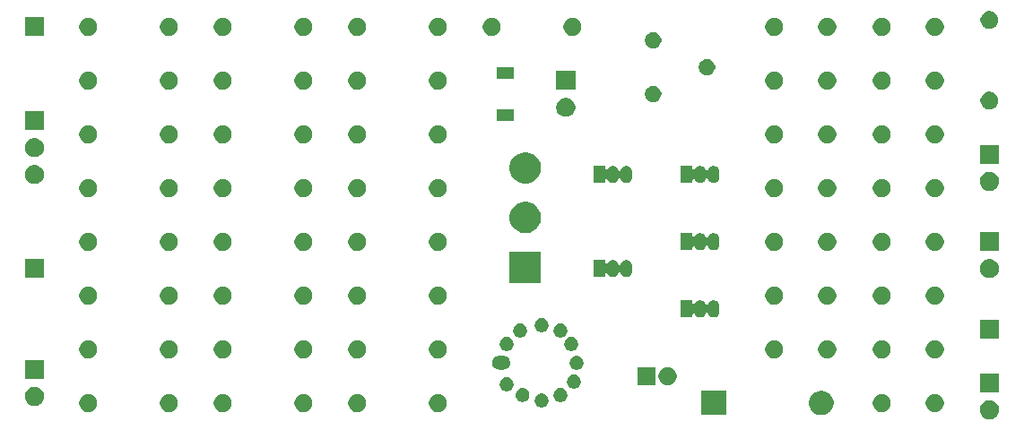
<source format=gbr>
G04 #@! TF.GenerationSoftware,KiCad,Pcbnew,(5.1.5)-3*
G04 #@! TF.CreationDate,2020-01-27T19:36:50-05:00*
G04 #@! TF.ProjectId,output,6f757470-7574-42e6-9b69-6361645f7063,v01*
G04 #@! TF.SameCoordinates,Original*
G04 #@! TF.FileFunction,Soldermask,Top*
G04 #@! TF.FilePolarity,Negative*
%FSLAX46Y46*%
G04 Gerber Fmt 4.6, Leading zero omitted, Abs format (unit mm)*
G04 Created by KiCad (PCBNEW (5.1.5)-3) date 2020-01-27 19:36:50*
%MOMM*%
%LPD*%
G04 APERTURE LIST*
%ADD10C,0.100000*%
G04 APERTURE END LIST*
D10*
G36*
X130288512Y-155313927D02*
G01*
X130437812Y-155343624D01*
X130601784Y-155411544D01*
X130749354Y-155510147D01*
X130874853Y-155635646D01*
X130973456Y-155783216D01*
X131041376Y-155947188D01*
X131076000Y-156121259D01*
X131076000Y-156298741D01*
X131041376Y-156472812D01*
X130973456Y-156636784D01*
X130874853Y-156784354D01*
X130749354Y-156909853D01*
X130601784Y-157008456D01*
X130437812Y-157076376D01*
X130288512Y-157106073D01*
X130263742Y-157111000D01*
X130086258Y-157111000D01*
X130061488Y-157106073D01*
X129912188Y-157076376D01*
X129748216Y-157008456D01*
X129600646Y-156909853D01*
X129475147Y-156784354D01*
X129376544Y-156636784D01*
X129308624Y-156472812D01*
X129274000Y-156298741D01*
X129274000Y-156121259D01*
X129308624Y-155947188D01*
X129376544Y-155783216D01*
X129475147Y-155635646D01*
X129600646Y-155510147D01*
X129748216Y-155411544D01*
X129912188Y-155343624D01*
X130061488Y-155313927D01*
X130086258Y-155309000D01*
X130263742Y-155309000D01*
X130288512Y-155313927D01*
G37*
G36*
X114524549Y-154446116D02*
G01*
X114635734Y-154468232D01*
X114845203Y-154554997D01*
X115033720Y-154680960D01*
X115194040Y-154841280D01*
X115319297Y-155028741D01*
X115320004Y-155029799D01*
X115321131Y-155032520D01*
X115357931Y-155121362D01*
X115406768Y-155239267D01*
X115451000Y-155461635D01*
X115451000Y-155688365D01*
X115406768Y-155910733D01*
X115321131Y-156117481D01*
X115320003Y-156120203D01*
X115194040Y-156308720D01*
X115033720Y-156469040D01*
X114845203Y-156595003D01*
X114635734Y-156681768D01*
X114524549Y-156703884D01*
X114413365Y-156726000D01*
X114186635Y-156726000D01*
X114075451Y-156703884D01*
X113964266Y-156681768D01*
X113754797Y-156595003D01*
X113566280Y-156469040D01*
X113405960Y-156308720D01*
X113279997Y-156120203D01*
X113278870Y-156117481D01*
X113193232Y-155910733D01*
X113149000Y-155688365D01*
X113149000Y-155461635D01*
X113193232Y-155239267D01*
X113242070Y-155121362D01*
X113278869Y-155032520D01*
X113279996Y-155029799D01*
X113280703Y-155028741D01*
X113405960Y-154841280D01*
X113566280Y-154680960D01*
X113754797Y-154554997D01*
X113964266Y-154468232D01*
X114075451Y-154446116D01*
X114186635Y-154424000D01*
X114413365Y-154424000D01*
X114524549Y-154446116D01*
G37*
G36*
X105291000Y-156726000D02*
G01*
X102989000Y-156726000D01*
X102989000Y-154424000D01*
X105291000Y-154424000D01*
X105291000Y-156726000D01*
G37*
G36*
X58033228Y-154756703D02*
G01*
X58188100Y-154820853D01*
X58327481Y-154913985D01*
X58446015Y-155032519D01*
X58539147Y-155171900D01*
X58603297Y-155326772D01*
X58636000Y-155491184D01*
X58636000Y-155658816D01*
X58603297Y-155823228D01*
X58539147Y-155978100D01*
X58446015Y-156117481D01*
X58327481Y-156236015D01*
X58188100Y-156329147D01*
X58033228Y-156393297D01*
X57868816Y-156426000D01*
X57701184Y-156426000D01*
X57536772Y-156393297D01*
X57381900Y-156329147D01*
X57242519Y-156236015D01*
X57123985Y-156117481D01*
X57030853Y-155978100D01*
X56966703Y-155823228D01*
X56934000Y-155658816D01*
X56934000Y-155491184D01*
X56966703Y-155326772D01*
X57030853Y-155171900D01*
X57123985Y-155032519D01*
X57242519Y-154913985D01*
X57381900Y-154820853D01*
X57536772Y-154756703D01*
X57701184Y-154724000D01*
X57868816Y-154724000D01*
X58033228Y-154756703D01*
G37*
G36*
X120263228Y-154756703D02*
G01*
X120418100Y-154820853D01*
X120557481Y-154913985D01*
X120676015Y-155032519D01*
X120769147Y-155171900D01*
X120833297Y-155326772D01*
X120866000Y-155491184D01*
X120866000Y-155658816D01*
X120833297Y-155823228D01*
X120769147Y-155978100D01*
X120676015Y-156117481D01*
X120557481Y-156236015D01*
X120418100Y-156329147D01*
X120263228Y-156393297D01*
X120098816Y-156426000D01*
X119931184Y-156426000D01*
X119766772Y-156393297D01*
X119611900Y-156329147D01*
X119472519Y-156236015D01*
X119353985Y-156117481D01*
X119260853Y-155978100D01*
X119196703Y-155823228D01*
X119164000Y-155658816D01*
X119164000Y-155491184D01*
X119196703Y-155326772D01*
X119260853Y-155171900D01*
X119353985Y-155032519D01*
X119472519Y-154913985D01*
X119611900Y-154820853D01*
X119766772Y-154756703D01*
X119931184Y-154724000D01*
X120098816Y-154724000D01*
X120263228Y-154756703D01*
G37*
G36*
X125263228Y-154756703D02*
G01*
X125418100Y-154820853D01*
X125557481Y-154913985D01*
X125676015Y-155032519D01*
X125769147Y-155171900D01*
X125833297Y-155326772D01*
X125866000Y-155491184D01*
X125866000Y-155658816D01*
X125833297Y-155823228D01*
X125769147Y-155978100D01*
X125676015Y-156117481D01*
X125557481Y-156236015D01*
X125418100Y-156329147D01*
X125263228Y-156393297D01*
X125098816Y-156426000D01*
X124931184Y-156426000D01*
X124766772Y-156393297D01*
X124611900Y-156329147D01*
X124472519Y-156236015D01*
X124353985Y-156117481D01*
X124260853Y-155978100D01*
X124196703Y-155823228D01*
X124164000Y-155658816D01*
X124164000Y-155491184D01*
X124196703Y-155326772D01*
X124260853Y-155171900D01*
X124353985Y-155032519D01*
X124472519Y-154913985D01*
X124611900Y-154820853D01*
X124766772Y-154756703D01*
X124931184Y-154724000D01*
X125098816Y-154724000D01*
X125263228Y-154756703D01*
G37*
G36*
X70733228Y-154756703D02*
G01*
X70888100Y-154820853D01*
X71027481Y-154913985D01*
X71146015Y-155032519D01*
X71239147Y-155171900D01*
X71303297Y-155326772D01*
X71336000Y-155491184D01*
X71336000Y-155658816D01*
X71303297Y-155823228D01*
X71239147Y-155978100D01*
X71146015Y-156117481D01*
X71027481Y-156236015D01*
X70888100Y-156329147D01*
X70733228Y-156393297D01*
X70568816Y-156426000D01*
X70401184Y-156426000D01*
X70236772Y-156393297D01*
X70081900Y-156329147D01*
X69942519Y-156236015D01*
X69823985Y-156117481D01*
X69730853Y-155978100D01*
X69666703Y-155823228D01*
X69634000Y-155658816D01*
X69634000Y-155491184D01*
X69666703Y-155326772D01*
X69730853Y-155171900D01*
X69823985Y-155032519D01*
X69942519Y-154913985D01*
X70081900Y-154820853D01*
X70236772Y-154756703D01*
X70401184Y-154724000D01*
X70568816Y-154724000D01*
X70733228Y-154756703D01*
G37*
G36*
X45333228Y-154756703D02*
G01*
X45488100Y-154820853D01*
X45627481Y-154913985D01*
X45746015Y-155032519D01*
X45839147Y-155171900D01*
X45903297Y-155326772D01*
X45936000Y-155491184D01*
X45936000Y-155658816D01*
X45903297Y-155823228D01*
X45839147Y-155978100D01*
X45746015Y-156117481D01*
X45627481Y-156236015D01*
X45488100Y-156329147D01*
X45333228Y-156393297D01*
X45168816Y-156426000D01*
X45001184Y-156426000D01*
X44836772Y-156393297D01*
X44681900Y-156329147D01*
X44542519Y-156236015D01*
X44423985Y-156117481D01*
X44330853Y-155978100D01*
X44266703Y-155823228D01*
X44234000Y-155658816D01*
X44234000Y-155491184D01*
X44266703Y-155326772D01*
X44330853Y-155171900D01*
X44423985Y-155032519D01*
X44542519Y-154913985D01*
X44681900Y-154820853D01*
X44836772Y-154756703D01*
X45001184Y-154724000D01*
X45168816Y-154724000D01*
X45333228Y-154756703D01*
G37*
G36*
X52953228Y-154756703D02*
G01*
X53108100Y-154820853D01*
X53247481Y-154913985D01*
X53366015Y-155032519D01*
X53459147Y-155171900D01*
X53523297Y-155326772D01*
X53556000Y-155491184D01*
X53556000Y-155658816D01*
X53523297Y-155823228D01*
X53459147Y-155978100D01*
X53366015Y-156117481D01*
X53247481Y-156236015D01*
X53108100Y-156329147D01*
X52953228Y-156393297D01*
X52788816Y-156426000D01*
X52621184Y-156426000D01*
X52456772Y-156393297D01*
X52301900Y-156329147D01*
X52162519Y-156236015D01*
X52043985Y-156117481D01*
X51950853Y-155978100D01*
X51886703Y-155823228D01*
X51854000Y-155658816D01*
X51854000Y-155491184D01*
X51886703Y-155326772D01*
X51950853Y-155171900D01*
X52043985Y-155032519D01*
X52162519Y-154913985D01*
X52301900Y-154820853D01*
X52456772Y-154756703D01*
X52621184Y-154724000D01*
X52788816Y-154724000D01*
X52953228Y-154756703D01*
G37*
G36*
X65653228Y-154756703D02*
G01*
X65808100Y-154820853D01*
X65947481Y-154913985D01*
X66066015Y-155032519D01*
X66159147Y-155171900D01*
X66223297Y-155326772D01*
X66256000Y-155491184D01*
X66256000Y-155658816D01*
X66223297Y-155823228D01*
X66159147Y-155978100D01*
X66066015Y-156117481D01*
X65947481Y-156236015D01*
X65808100Y-156329147D01*
X65653228Y-156393297D01*
X65488816Y-156426000D01*
X65321184Y-156426000D01*
X65156772Y-156393297D01*
X65001900Y-156329147D01*
X64862519Y-156236015D01*
X64743985Y-156117481D01*
X64650853Y-155978100D01*
X64586703Y-155823228D01*
X64554000Y-155658816D01*
X64554000Y-155491184D01*
X64586703Y-155326772D01*
X64650853Y-155171900D01*
X64743985Y-155032519D01*
X64862519Y-154913985D01*
X65001900Y-154820853D01*
X65156772Y-154756703D01*
X65321184Y-154724000D01*
X65488816Y-154724000D01*
X65653228Y-154756703D01*
G37*
G36*
X78353228Y-154756703D02*
G01*
X78508100Y-154820853D01*
X78647481Y-154913985D01*
X78766015Y-155032519D01*
X78859147Y-155171900D01*
X78923297Y-155326772D01*
X78956000Y-155491184D01*
X78956000Y-155658816D01*
X78923297Y-155823228D01*
X78859147Y-155978100D01*
X78766015Y-156117481D01*
X78647481Y-156236015D01*
X78508100Y-156329147D01*
X78353228Y-156393297D01*
X78188816Y-156426000D01*
X78021184Y-156426000D01*
X77856772Y-156393297D01*
X77701900Y-156329147D01*
X77562519Y-156236015D01*
X77443985Y-156117481D01*
X77350853Y-155978100D01*
X77286703Y-155823228D01*
X77254000Y-155658816D01*
X77254000Y-155491184D01*
X77286703Y-155326772D01*
X77350853Y-155171900D01*
X77443985Y-155032519D01*
X77562519Y-154913985D01*
X77701900Y-154820853D01*
X77856772Y-154756703D01*
X78021184Y-154724000D01*
X78188816Y-154724000D01*
X78353228Y-154756703D01*
G37*
G36*
X88073890Y-154695017D02*
G01*
X88143861Y-154724000D01*
X88192364Y-154744091D01*
X88199534Y-154748882D01*
X88298988Y-154815335D01*
X88389665Y-154906012D01*
X88460910Y-155012638D01*
X88509983Y-155131110D01*
X88535000Y-155256881D01*
X88535000Y-155385119D01*
X88510131Y-155510147D01*
X88509983Y-155510890D01*
X88460909Y-155629364D01*
X88389665Y-155735988D01*
X88298988Y-155826665D01*
X88192364Y-155897909D01*
X88192363Y-155897910D01*
X88192362Y-155897910D01*
X88073890Y-155946983D01*
X87948119Y-155972000D01*
X87819881Y-155972000D01*
X87694110Y-155946983D01*
X87575638Y-155897910D01*
X87575637Y-155897910D01*
X87575636Y-155897909D01*
X87469012Y-155826665D01*
X87378335Y-155735988D01*
X87307091Y-155629364D01*
X87258017Y-155510890D01*
X87257869Y-155510147D01*
X87233000Y-155385119D01*
X87233000Y-155256881D01*
X87258017Y-155131110D01*
X87307090Y-155012638D01*
X87378335Y-154906012D01*
X87469012Y-154815335D01*
X87568466Y-154748882D01*
X87575636Y-154744091D01*
X87624140Y-154724000D01*
X87694110Y-154695017D01*
X87819881Y-154670000D01*
X87948119Y-154670000D01*
X88073890Y-154695017D01*
G37*
G36*
X40118512Y-154043927D02*
G01*
X40267812Y-154073624D01*
X40431784Y-154141544D01*
X40579354Y-154240147D01*
X40704853Y-154365646D01*
X40803456Y-154513216D01*
X40871376Y-154677188D01*
X40906000Y-154851259D01*
X40906000Y-155028741D01*
X40871376Y-155202812D01*
X40803456Y-155366784D01*
X40704853Y-155514354D01*
X40579354Y-155639853D01*
X40431784Y-155738456D01*
X40267812Y-155806376D01*
X40118512Y-155836073D01*
X40093742Y-155841000D01*
X39916258Y-155841000D01*
X39891488Y-155836073D01*
X39742188Y-155806376D01*
X39578216Y-155738456D01*
X39430646Y-155639853D01*
X39305147Y-155514354D01*
X39206544Y-155366784D01*
X39138624Y-155202812D01*
X39104000Y-155028741D01*
X39104000Y-154851259D01*
X39138624Y-154677188D01*
X39206544Y-154513216D01*
X39305147Y-154365646D01*
X39430646Y-154240147D01*
X39578216Y-154141544D01*
X39742188Y-154073624D01*
X39891488Y-154043927D01*
X39916258Y-154039000D01*
X40093742Y-154039000D01*
X40118512Y-154043927D01*
G37*
G36*
X86189225Y-154168983D02*
G01*
X86279890Y-154187017D01*
X86398364Y-154236091D01*
X86504988Y-154307335D01*
X86595665Y-154398012D01*
X86642585Y-154468232D01*
X86666910Y-154504638D01*
X86694398Y-154571000D01*
X86715983Y-154623110D01*
X86741000Y-154748882D01*
X86741000Y-154877118D01*
X86715983Y-155002890D01*
X86666909Y-155121364D01*
X86595665Y-155227988D01*
X86504988Y-155318665D01*
X86398364Y-155389909D01*
X86398363Y-155389910D01*
X86398362Y-155389910D01*
X86279890Y-155438983D01*
X86154119Y-155464000D01*
X86025881Y-155464000D01*
X85900110Y-155438983D01*
X85781638Y-155389910D01*
X85781637Y-155389910D01*
X85781636Y-155389909D01*
X85675012Y-155318665D01*
X85584335Y-155227988D01*
X85513091Y-155121364D01*
X85464017Y-155002890D01*
X85439000Y-154877118D01*
X85439000Y-154748882D01*
X85464017Y-154623110D01*
X85485602Y-154571000D01*
X85513090Y-154504638D01*
X85537416Y-154468232D01*
X85584335Y-154398012D01*
X85675012Y-154307335D01*
X85781636Y-154236091D01*
X85900110Y-154187017D01*
X85990775Y-154168983D01*
X86025881Y-154162000D01*
X86154119Y-154162000D01*
X86189225Y-154168983D01*
G37*
G36*
X89761225Y-154168983D02*
G01*
X89851890Y-154187017D01*
X89970364Y-154236091D01*
X90076988Y-154307335D01*
X90167665Y-154398012D01*
X90214585Y-154468232D01*
X90238910Y-154504638D01*
X90266398Y-154571000D01*
X90287983Y-154623110D01*
X90313000Y-154748882D01*
X90313000Y-154877118D01*
X90287983Y-155002890D01*
X90238909Y-155121364D01*
X90167665Y-155227988D01*
X90076988Y-155318665D01*
X89970364Y-155389909D01*
X89970363Y-155389910D01*
X89970362Y-155389910D01*
X89851890Y-155438983D01*
X89726119Y-155464000D01*
X89597881Y-155464000D01*
X89472110Y-155438983D01*
X89353638Y-155389910D01*
X89353637Y-155389910D01*
X89353636Y-155389909D01*
X89247012Y-155318665D01*
X89156335Y-155227988D01*
X89085091Y-155121364D01*
X89036017Y-155002890D01*
X89011000Y-154877118D01*
X89011000Y-154748882D01*
X89036017Y-154623110D01*
X89057602Y-154571000D01*
X89085090Y-154504638D01*
X89109416Y-154468232D01*
X89156335Y-154398012D01*
X89247012Y-154307335D01*
X89353636Y-154236091D01*
X89472110Y-154187017D01*
X89562775Y-154168983D01*
X89597881Y-154162000D01*
X89726119Y-154162000D01*
X89761225Y-154168983D01*
G37*
G36*
X131076000Y-154571000D02*
G01*
X129274000Y-154571000D01*
X129274000Y-152769000D01*
X131076000Y-152769000D01*
X131076000Y-154571000D01*
G37*
G36*
X84771890Y-153171017D02*
G01*
X84890364Y-153220091D01*
X84996988Y-153291335D01*
X85087665Y-153382012D01*
X85158909Y-153488636D01*
X85207983Y-153607110D01*
X85233000Y-153732882D01*
X85233000Y-153861118D01*
X85207983Y-153986890D01*
X85158909Y-154105364D01*
X85087665Y-154211988D01*
X84996988Y-154302665D01*
X84890364Y-154373909D01*
X84890363Y-154373910D01*
X84890362Y-154373910D01*
X84771890Y-154422983D01*
X84646119Y-154448000D01*
X84517881Y-154448000D01*
X84392110Y-154422983D01*
X84273638Y-154373910D01*
X84273637Y-154373910D01*
X84273636Y-154373909D01*
X84167012Y-154302665D01*
X84076335Y-154211988D01*
X84005091Y-154105364D01*
X83956017Y-153986890D01*
X83931000Y-153861118D01*
X83931000Y-153732882D01*
X83956017Y-153607110D01*
X84005091Y-153488636D01*
X84076335Y-153382012D01*
X84167012Y-153291335D01*
X84273636Y-153220091D01*
X84392110Y-153171017D01*
X84517881Y-153146000D01*
X84646119Y-153146000D01*
X84771890Y-153171017D01*
G37*
G36*
X91121890Y-152917017D02*
G01*
X91240364Y-152966091D01*
X91346988Y-153037335D01*
X91437665Y-153128012D01*
X91508909Y-153234636D01*
X91557983Y-153353110D01*
X91583000Y-153478882D01*
X91583000Y-153607118D01*
X91557983Y-153732890D01*
X91508909Y-153851364D01*
X91437665Y-153957988D01*
X91346988Y-154048665D01*
X91240364Y-154119909D01*
X91240363Y-154119910D01*
X91240362Y-154119910D01*
X91121890Y-154168983D01*
X90996119Y-154194000D01*
X90867881Y-154194000D01*
X90742110Y-154168983D01*
X90623638Y-154119910D01*
X90623637Y-154119910D01*
X90623636Y-154119909D01*
X90517012Y-154048665D01*
X90426335Y-153957988D01*
X90355091Y-153851364D01*
X90306017Y-153732890D01*
X90281000Y-153607118D01*
X90281000Y-153478882D01*
X90306017Y-153353110D01*
X90355091Y-153234636D01*
X90426335Y-153128012D01*
X90517012Y-153037335D01*
X90623636Y-152966091D01*
X90742110Y-152917017D01*
X90867881Y-152892000D01*
X90996119Y-152892000D01*
X91121890Y-152917017D01*
G37*
G36*
X98641000Y-153886000D02*
G01*
X96939000Y-153886000D01*
X96939000Y-152184000D01*
X98641000Y-152184000D01*
X98641000Y-153886000D01*
G37*
G36*
X100038228Y-152216703D02*
G01*
X100193100Y-152280853D01*
X100332481Y-152373985D01*
X100451015Y-152492519D01*
X100544147Y-152631900D01*
X100608297Y-152786772D01*
X100641000Y-152951184D01*
X100641000Y-153118816D01*
X100608297Y-153283228D01*
X100544147Y-153438100D01*
X100451015Y-153577481D01*
X100332481Y-153696015D01*
X100193100Y-153789147D01*
X100038228Y-153853297D01*
X99873816Y-153886000D01*
X99706184Y-153886000D01*
X99541772Y-153853297D01*
X99386900Y-153789147D01*
X99247519Y-153696015D01*
X99128985Y-153577481D01*
X99035853Y-153438100D01*
X98971703Y-153283228D01*
X98939000Y-153118816D01*
X98939000Y-152951184D01*
X98971703Y-152786772D01*
X99035853Y-152631900D01*
X99128985Y-152492519D01*
X99247519Y-152373985D01*
X99386900Y-152280853D01*
X99541772Y-152216703D01*
X99706184Y-152184000D01*
X99873816Y-152184000D01*
X100038228Y-152216703D01*
G37*
G36*
X40906000Y-153301000D02*
G01*
X39104000Y-153301000D01*
X39104000Y-151499000D01*
X40906000Y-151499000D01*
X40906000Y-153301000D01*
G37*
G36*
X91375890Y-151139017D02*
G01*
X91416927Y-151156015D01*
X91494364Y-151188091D01*
X91600988Y-151259335D01*
X91691665Y-151350012D01*
X91762909Y-151456636D01*
X91811983Y-151575110D01*
X91837000Y-151700882D01*
X91837000Y-151829118D01*
X91811983Y-151954890D01*
X91762909Y-152073364D01*
X91691665Y-152179988D01*
X91600988Y-152270665D01*
X91494364Y-152341909D01*
X91494363Y-152341910D01*
X91494362Y-152341910D01*
X91375890Y-152390983D01*
X91250119Y-152416000D01*
X91121881Y-152416000D01*
X90996110Y-152390983D01*
X90877638Y-152341910D01*
X90877637Y-152341910D01*
X90877636Y-152341909D01*
X90771012Y-152270665D01*
X90680335Y-152179988D01*
X90609091Y-152073364D01*
X90560017Y-151954890D01*
X90535000Y-151829118D01*
X90535000Y-151700882D01*
X90560017Y-151575110D01*
X90609091Y-151456636D01*
X90680335Y-151350012D01*
X90771012Y-151259335D01*
X90877636Y-151188091D01*
X90955074Y-151156015D01*
X90996110Y-151139017D01*
X91121881Y-151114000D01*
X91250119Y-151114000D01*
X91375890Y-151139017D01*
G37*
G36*
X84337855Y-151117140D02*
G01*
X84401618Y-151123420D01*
X84492404Y-151150960D01*
X84524336Y-151160646D01*
X84637425Y-151221094D01*
X84736554Y-151302446D01*
X84817906Y-151401575D01*
X84878354Y-151514664D01*
X84878355Y-151514668D01*
X84915580Y-151637382D01*
X84928149Y-151765000D01*
X84915580Y-151892618D01*
X84896690Y-151954890D01*
X84878354Y-152015336D01*
X84817906Y-152128425D01*
X84736554Y-152227554D01*
X84637425Y-152308906D01*
X84524336Y-152369354D01*
X84509069Y-152373985D01*
X84401618Y-152406580D01*
X84337855Y-152412860D01*
X84305974Y-152416000D01*
X83842026Y-152416000D01*
X83810145Y-152412860D01*
X83746382Y-152406580D01*
X83638931Y-152373985D01*
X83623664Y-152369354D01*
X83510575Y-152308906D01*
X83411446Y-152227554D01*
X83330094Y-152128425D01*
X83269646Y-152015336D01*
X83251310Y-151954890D01*
X83232420Y-151892618D01*
X83219851Y-151765000D01*
X83232420Y-151637382D01*
X83269645Y-151514668D01*
X83269646Y-151514664D01*
X83330094Y-151401575D01*
X83411446Y-151302446D01*
X83510575Y-151221094D01*
X83623664Y-151160646D01*
X83655596Y-151150960D01*
X83746382Y-151123420D01*
X83810145Y-151117140D01*
X83842026Y-151114000D01*
X84305974Y-151114000D01*
X84337855Y-151117140D01*
G37*
G36*
X78353228Y-149676703D02*
G01*
X78508100Y-149740853D01*
X78647481Y-149833985D01*
X78766015Y-149952519D01*
X78859147Y-150091900D01*
X78923297Y-150246772D01*
X78956000Y-150411184D01*
X78956000Y-150578816D01*
X78923297Y-150743228D01*
X78859147Y-150898100D01*
X78766015Y-151037481D01*
X78647481Y-151156015D01*
X78508100Y-151249147D01*
X78353228Y-151313297D01*
X78188816Y-151346000D01*
X78021184Y-151346000D01*
X77856772Y-151313297D01*
X77701900Y-151249147D01*
X77562519Y-151156015D01*
X77443985Y-151037481D01*
X77350853Y-150898100D01*
X77286703Y-150743228D01*
X77254000Y-150578816D01*
X77254000Y-150411184D01*
X77286703Y-150246772D01*
X77350853Y-150091900D01*
X77443985Y-149952519D01*
X77562519Y-149833985D01*
X77701900Y-149740853D01*
X77856772Y-149676703D01*
X78021184Y-149644000D01*
X78188816Y-149644000D01*
X78353228Y-149676703D01*
G37*
G36*
X52953228Y-149676703D02*
G01*
X53108100Y-149740853D01*
X53247481Y-149833985D01*
X53366015Y-149952519D01*
X53459147Y-150091900D01*
X53523297Y-150246772D01*
X53556000Y-150411184D01*
X53556000Y-150578816D01*
X53523297Y-150743228D01*
X53459147Y-150898100D01*
X53366015Y-151037481D01*
X53247481Y-151156015D01*
X53108100Y-151249147D01*
X52953228Y-151313297D01*
X52788816Y-151346000D01*
X52621184Y-151346000D01*
X52456772Y-151313297D01*
X52301900Y-151249147D01*
X52162519Y-151156015D01*
X52043985Y-151037481D01*
X51950853Y-150898100D01*
X51886703Y-150743228D01*
X51854000Y-150578816D01*
X51854000Y-150411184D01*
X51886703Y-150246772D01*
X51950853Y-150091900D01*
X52043985Y-149952519D01*
X52162519Y-149833985D01*
X52301900Y-149740853D01*
X52456772Y-149676703D01*
X52621184Y-149644000D01*
X52788816Y-149644000D01*
X52953228Y-149676703D01*
G37*
G36*
X58033228Y-149676703D02*
G01*
X58188100Y-149740853D01*
X58327481Y-149833985D01*
X58446015Y-149952519D01*
X58539147Y-150091900D01*
X58603297Y-150246772D01*
X58636000Y-150411184D01*
X58636000Y-150578816D01*
X58603297Y-150743228D01*
X58539147Y-150898100D01*
X58446015Y-151037481D01*
X58327481Y-151156015D01*
X58188100Y-151249147D01*
X58033228Y-151313297D01*
X57868816Y-151346000D01*
X57701184Y-151346000D01*
X57536772Y-151313297D01*
X57381900Y-151249147D01*
X57242519Y-151156015D01*
X57123985Y-151037481D01*
X57030853Y-150898100D01*
X56966703Y-150743228D01*
X56934000Y-150578816D01*
X56934000Y-150411184D01*
X56966703Y-150246772D01*
X57030853Y-150091900D01*
X57123985Y-149952519D01*
X57242519Y-149833985D01*
X57381900Y-149740853D01*
X57536772Y-149676703D01*
X57701184Y-149644000D01*
X57868816Y-149644000D01*
X58033228Y-149676703D01*
G37*
G36*
X45333228Y-149676703D02*
G01*
X45488100Y-149740853D01*
X45627481Y-149833985D01*
X45746015Y-149952519D01*
X45839147Y-150091900D01*
X45903297Y-150246772D01*
X45936000Y-150411184D01*
X45936000Y-150578816D01*
X45903297Y-150743228D01*
X45839147Y-150898100D01*
X45746015Y-151037481D01*
X45627481Y-151156015D01*
X45488100Y-151249147D01*
X45333228Y-151313297D01*
X45168816Y-151346000D01*
X45001184Y-151346000D01*
X44836772Y-151313297D01*
X44681900Y-151249147D01*
X44542519Y-151156015D01*
X44423985Y-151037481D01*
X44330853Y-150898100D01*
X44266703Y-150743228D01*
X44234000Y-150578816D01*
X44234000Y-150411184D01*
X44266703Y-150246772D01*
X44330853Y-150091900D01*
X44423985Y-149952519D01*
X44542519Y-149833985D01*
X44681900Y-149740853D01*
X44836772Y-149676703D01*
X45001184Y-149644000D01*
X45168816Y-149644000D01*
X45333228Y-149676703D01*
G37*
G36*
X125263228Y-149676703D02*
G01*
X125418100Y-149740853D01*
X125557481Y-149833985D01*
X125676015Y-149952519D01*
X125769147Y-150091900D01*
X125833297Y-150246772D01*
X125866000Y-150411184D01*
X125866000Y-150578816D01*
X125833297Y-150743228D01*
X125769147Y-150898100D01*
X125676015Y-151037481D01*
X125557481Y-151156015D01*
X125418100Y-151249147D01*
X125263228Y-151313297D01*
X125098816Y-151346000D01*
X124931184Y-151346000D01*
X124766772Y-151313297D01*
X124611900Y-151249147D01*
X124472519Y-151156015D01*
X124353985Y-151037481D01*
X124260853Y-150898100D01*
X124196703Y-150743228D01*
X124164000Y-150578816D01*
X124164000Y-150411184D01*
X124196703Y-150246772D01*
X124260853Y-150091900D01*
X124353985Y-149952519D01*
X124472519Y-149833985D01*
X124611900Y-149740853D01*
X124766772Y-149676703D01*
X124931184Y-149644000D01*
X125098816Y-149644000D01*
X125263228Y-149676703D01*
G37*
G36*
X65653228Y-149676703D02*
G01*
X65808100Y-149740853D01*
X65947481Y-149833985D01*
X66066015Y-149952519D01*
X66159147Y-150091900D01*
X66223297Y-150246772D01*
X66256000Y-150411184D01*
X66256000Y-150578816D01*
X66223297Y-150743228D01*
X66159147Y-150898100D01*
X66066015Y-151037481D01*
X65947481Y-151156015D01*
X65808100Y-151249147D01*
X65653228Y-151313297D01*
X65488816Y-151346000D01*
X65321184Y-151346000D01*
X65156772Y-151313297D01*
X65001900Y-151249147D01*
X64862519Y-151156015D01*
X64743985Y-151037481D01*
X64650853Y-150898100D01*
X64586703Y-150743228D01*
X64554000Y-150578816D01*
X64554000Y-150411184D01*
X64586703Y-150246772D01*
X64650853Y-150091900D01*
X64743985Y-149952519D01*
X64862519Y-149833985D01*
X65001900Y-149740853D01*
X65156772Y-149676703D01*
X65321184Y-149644000D01*
X65488816Y-149644000D01*
X65653228Y-149676703D01*
G37*
G36*
X70733228Y-149676703D02*
G01*
X70888100Y-149740853D01*
X71027481Y-149833985D01*
X71146015Y-149952519D01*
X71239147Y-150091900D01*
X71303297Y-150246772D01*
X71336000Y-150411184D01*
X71336000Y-150578816D01*
X71303297Y-150743228D01*
X71239147Y-150898100D01*
X71146015Y-151037481D01*
X71027481Y-151156015D01*
X70888100Y-151249147D01*
X70733228Y-151313297D01*
X70568816Y-151346000D01*
X70401184Y-151346000D01*
X70236772Y-151313297D01*
X70081900Y-151249147D01*
X69942519Y-151156015D01*
X69823985Y-151037481D01*
X69730853Y-150898100D01*
X69666703Y-150743228D01*
X69634000Y-150578816D01*
X69634000Y-150411184D01*
X69666703Y-150246772D01*
X69730853Y-150091900D01*
X69823985Y-149952519D01*
X69942519Y-149833985D01*
X70081900Y-149740853D01*
X70236772Y-149676703D01*
X70401184Y-149644000D01*
X70568816Y-149644000D01*
X70733228Y-149676703D01*
G37*
G36*
X110103228Y-149676703D02*
G01*
X110258100Y-149740853D01*
X110397481Y-149833985D01*
X110516015Y-149952519D01*
X110609147Y-150091900D01*
X110673297Y-150246772D01*
X110706000Y-150411184D01*
X110706000Y-150578816D01*
X110673297Y-150743228D01*
X110609147Y-150898100D01*
X110516015Y-151037481D01*
X110397481Y-151156015D01*
X110258100Y-151249147D01*
X110103228Y-151313297D01*
X109938816Y-151346000D01*
X109771184Y-151346000D01*
X109606772Y-151313297D01*
X109451900Y-151249147D01*
X109312519Y-151156015D01*
X109193985Y-151037481D01*
X109100853Y-150898100D01*
X109036703Y-150743228D01*
X109004000Y-150578816D01*
X109004000Y-150411184D01*
X109036703Y-150246772D01*
X109100853Y-150091900D01*
X109193985Y-149952519D01*
X109312519Y-149833985D01*
X109451900Y-149740853D01*
X109606772Y-149676703D01*
X109771184Y-149644000D01*
X109938816Y-149644000D01*
X110103228Y-149676703D01*
G37*
G36*
X115103228Y-149676703D02*
G01*
X115258100Y-149740853D01*
X115397481Y-149833985D01*
X115516015Y-149952519D01*
X115609147Y-150091900D01*
X115673297Y-150246772D01*
X115706000Y-150411184D01*
X115706000Y-150578816D01*
X115673297Y-150743228D01*
X115609147Y-150898100D01*
X115516015Y-151037481D01*
X115397481Y-151156015D01*
X115258100Y-151249147D01*
X115103228Y-151313297D01*
X114938816Y-151346000D01*
X114771184Y-151346000D01*
X114606772Y-151313297D01*
X114451900Y-151249147D01*
X114312519Y-151156015D01*
X114193985Y-151037481D01*
X114100853Y-150898100D01*
X114036703Y-150743228D01*
X114004000Y-150578816D01*
X114004000Y-150411184D01*
X114036703Y-150246772D01*
X114100853Y-150091900D01*
X114193985Y-149952519D01*
X114312519Y-149833985D01*
X114451900Y-149740853D01*
X114606772Y-149676703D01*
X114771184Y-149644000D01*
X114938816Y-149644000D01*
X115103228Y-149676703D01*
G37*
G36*
X120263228Y-149676703D02*
G01*
X120418100Y-149740853D01*
X120557481Y-149833985D01*
X120676015Y-149952519D01*
X120769147Y-150091900D01*
X120833297Y-150246772D01*
X120866000Y-150411184D01*
X120866000Y-150578816D01*
X120833297Y-150743228D01*
X120769147Y-150898100D01*
X120676015Y-151037481D01*
X120557481Y-151156015D01*
X120418100Y-151249147D01*
X120263228Y-151313297D01*
X120098816Y-151346000D01*
X119931184Y-151346000D01*
X119766772Y-151313297D01*
X119611900Y-151249147D01*
X119472519Y-151156015D01*
X119353985Y-151037481D01*
X119260853Y-150898100D01*
X119196703Y-150743228D01*
X119164000Y-150578816D01*
X119164000Y-150411184D01*
X119196703Y-150246772D01*
X119260853Y-150091900D01*
X119353985Y-149952519D01*
X119472519Y-149833985D01*
X119611900Y-149740853D01*
X119766772Y-149676703D01*
X119931184Y-149644000D01*
X120098816Y-149644000D01*
X120263228Y-149676703D01*
G37*
G36*
X90777225Y-149342983D02*
G01*
X90867890Y-149361017D01*
X90986364Y-149410091D01*
X91092988Y-149481335D01*
X91183665Y-149572012D01*
X91254909Y-149678636D01*
X91303983Y-149797110D01*
X91329000Y-149922882D01*
X91329000Y-150051118D01*
X91303983Y-150176890D01*
X91254909Y-150295364D01*
X91183665Y-150401988D01*
X91092988Y-150492665D01*
X90986364Y-150563909D01*
X90986363Y-150563910D01*
X90986362Y-150563910D01*
X90867890Y-150612983D01*
X90742119Y-150638000D01*
X90613881Y-150638000D01*
X90488110Y-150612983D01*
X90369638Y-150563910D01*
X90369637Y-150563910D01*
X90369636Y-150563909D01*
X90263012Y-150492665D01*
X90172335Y-150401988D01*
X90101091Y-150295364D01*
X90052017Y-150176890D01*
X90027000Y-150051118D01*
X90027000Y-149922882D01*
X90052017Y-149797110D01*
X90101091Y-149678636D01*
X90172335Y-149572012D01*
X90263012Y-149481335D01*
X90369636Y-149410091D01*
X90488110Y-149361017D01*
X90578775Y-149342983D01*
X90613881Y-149336000D01*
X90742119Y-149336000D01*
X90777225Y-149342983D01*
G37*
G36*
X84681225Y-149342983D02*
G01*
X84771890Y-149361017D01*
X84890364Y-149410091D01*
X84996988Y-149481335D01*
X85087665Y-149572012D01*
X85158909Y-149678636D01*
X85207983Y-149797110D01*
X85233000Y-149922882D01*
X85233000Y-150051118D01*
X85207983Y-150176890D01*
X85158909Y-150295364D01*
X85087665Y-150401988D01*
X84996988Y-150492665D01*
X84890364Y-150563909D01*
X84890363Y-150563910D01*
X84890362Y-150563910D01*
X84771890Y-150612983D01*
X84646119Y-150638000D01*
X84517881Y-150638000D01*
X84392110Y-150612983D01*
X84273638Y-150563910D01*
X84273637Y-150563910D01*
X84273636Y-150563909D01*
X84167012Y-150492665D01*
X84076335Y-150401988D01*
X84005091Y-150295364D01*
X83956017Y-150176890D01*
X83931000Y-150051118D01*
X83931000Y-149922882D01*
X83956017Y-149797110D01*
X84005091Y-149678636D01*
X84076335Y-149572012D01*
X84167012Y-149481335D01*
X84273636Y-149410091D01*
X84392110Y-149361017D01*
X84482775Y-149342983D01*
X84517881Y-149336000D01*
X84646119Y-149336000D01*
X84681225Y-149342983D01*
G37*
G36*
X131076000Y-149491000D02*
G01*
X129274000Y-149491000D01*
X129274000Y-147689000D01*
X131076000Y-147689000D01*
X131076000Y-149491000D01*
G37*
G36*
X86041890Y-148091017D02*
G01*
X86160364Y-148140091D01*
X86266988Y-148211335D01*
X86357665Y-148302012D01*
X86428909Y-148408636D01*
X86477983Y-148527110D01*
X86503000Y-148652882D01*
X86503000Y-148781118D01*
X86477983Y-148906890D01*
X86428909Y-149025364D01*
X86357665Y-149131988D01*
X86266988Y-149222665D01*
X86160364Y-149293909D01*
X86160363Y-149293910D01*
X86160362Y-149293910D01*
X86041890Y-149342983D01*
X85916119Y-149368000D01*
X85787881Y-149368000D01*
X85662110Y-149342983D01*
X85543638Y-149293910D01*
X85543637Y-149293910D01*
X85543636Y-149293909D01*
X85437012Y-149222665D01*
X85346335Y-149131988D01*
X85275091Y-149025364D01*
X85226017Y-148906890D01*
X85201000Y-148781118D01*
X85201000Y-148652882D01*
X85226017Y-148527110D01*
X85275091Y-148408636D01*
X85346335Y-148302012D01*
X85437012Y-148211335D01*
X85543636Y-148140091D01*
X85662110Y-148091017D01*
X85787881Y-148066000D01*
X85916119Y-148066000D01*
X86041890Y-148091017D01*
G37*
G36*
X89851890Y-148091017D02*
G01*
X89970364Y-148140091D01*
X90076988Y-148211335D01*
X90167665Y-148302012D01*
X90238909Y-148408636D01*
X90287983Y-148527110D01*
X90313000Y-148652882D01*
X90313000Y-148781118D01*
X90287983Y-148906890D01*
X90238909Y-149025364D01*
X90167665Y-149131988D01*
X90076988Y-149222665D01*
X89970364Y-149293909D01*
X89970363Y-149293910D01*
X89970362Y-149293910D01*
X89851890Y-149342983D01*
X89726119Y-149368000D01*
X89597881Y-149368000D01*
X89472110Y-149342983D01*
X89353638Y-149293910D01*
X89353637Y-149293910D01*
X89353636Y-149293909D01*
X89247012Y-149222665D01*
X89156335Y-149131988D01*
X89085091Y-149025364D01*
X89036017Y-148906890D01*
X89011000Y-148781118D01*
X89011000Y-148652882D01*
X89036017Y-148527110D01*
X89085091Y-148408636D01*
X89156335Y-148302012D01*
X89247012Y-148211335D01*
X89353636Y-148140091D01*
X89472110Y-148091017D01*
X89597881Y-148066000D01*
X89726119Y-148066000D01*
X89851890Y-148091017D01*
G37*
G36*
X88073890Y-147583017D02*
G01*
X88192364Y-147632091D01*
X88298988Y-147703335D01*
X88389665Y-147794012D01*
X88460909Y-147900636D01*
X88509983Y-148019110D01*
X88535000Y-148144882D01*
X88535000Y-148273118D01*
X88509983Y-148398890D01*
X88460909Y-148517364D01*
X88389665Y-148623988D01*
X88298988Y-148714665D01*
X88192364Y-148785909D01*
X88192363Y-148785910D01*
X88192362Y-148785910D01*
X88073890Y-148834983D01*
X87948119Y-148860000D01*
X87819881Y-148860000D01*
X87694110Y-148834983D01*
X87575638Y-148785910D01*
X87575637Y-148785910D01*
X87575636Y-148785909D01*
X87469012Y-148714665D01*
X87378335Y-148623988D01*
X87307091Y-148517364D01*
X87258017Y-148398890D01*
X87233000Y-148273118D01*
X87233000Y-148144882D01*
X87258017Y-148019110D01*
X87307091Y-147900636D01*
X87378335Y-147794012D01*
X87469012Y-147703335D01*
X87575636Y-147632091D01*
X87694110Y-147583017D01*
X87819881Y-147558000D01*
X87948119Y-147558000D01*
X88073890Y-147583017D01*
G37*
G36*
X104248015Y-145891973D02*
G01*
X104351879Y-145923479D01*
X104379055Y-145938005D01*
X104447600Y-145974643D01*
X104531501Y-146043499D01*
X104600357Y-146127400D01*
X104636995Y-146195945D01*
X104651521Y-146223121D01*
X104683027Y-146326985D01*
X104691000Y-146407933D01*
X104691000Y-146962067D01*
X104683027Y-147043015D01*
X104651521Y-147146879D01*
X104600356Y-147242600D01*
X104531501Y-147326501D01*
X104462645Y-147383009D01*
X104447599Y-147395357D01*
X104395907Y-147422987D01*
X104351878Y-147446521D01*
X104248014Y-147478027D01*
X104140000Y-147488666D01*
X104031985Y-147478027D01*
X103928121Y-147446521D01*
X103884093Y-147422987D01*
X103832401Y-147395357D01*
X103819643Y-147384887D01*
X103748499Y-147326501D01*
X103679644Y-147242600D01*
X103628479Y-147146878D01*
X103624615Y-147134139D01*
X103615239Y-147111503D01*
X103601625Y-147091129D01*
X103584298Y-147073802D01*
X103563923Y-147060188D01*
X103541285Y-147050811D01*
X103517251Y-147046031D01*
X103492747Y-147046031D01*
X103468714Y-147050812D01*
X103446075Y-147060189D01*
X103425701Y-147073803D01*
X103408374Y-147091130D01*
X103394760Y-147111505D01*
X103385388Y-147134131D01*
X103381521Y-147146879D01*
X103330356Y-147242600D01*
X103261501Y-147326501D01*
X103192645Y-147383009D01*
X103177599Y-147395357D01*
X103125907Y-147422987D01*
X103081878Y-147446521D01*
X102978014Y-147478027D01*
X102870000Y-147488666D01*
X102761985Y-147478027D01*
X102658121Y-147446521D01*
X102614093Y-147422987D01*
X102562401Y-147395357D01*
X102549643Y-147384887D01*
X102478499Y-147326501D01*
X102409644Y-147242600D01*
X102386234Y-147198804D01*
X102372625Y-147178436D01*
X102355298Y-147161109D01*
X102334924Y-147147495D01*
X102312285Y-147138118D01*
X102288252Y-147133337D01*
X102263748Y-147133337D01*
X102239714Y-147138117D01*
X102217076Y-147147494D01*
X102196701Y-147161108D01*
X102179374Y-147178435D01*
X102165760Y-147198809D01*
X102156383Y-147221448D01*
X102151602Y-147245481D01*
X102151000Y-147257734D01*
X102151000Y-147486000D01*
X101049000Y-147486000D01*
X101049000Y-145884000D01*
X102151000Y-145884000D01*
X102151000Y-146112265D01*
X102153402Y-146136651D01*
X102160515Y-146160100D01*
X102172066Y-146181711D01*
X102187611Y-146200653D01*
X102206553Y-146216198D01*
X102228164Y-146227749D01*
X102251613Y-146234862D01*
X102275999Y-146237264D01*
X102300385Y-146234862D01*
X102323834Y-146227749D01*
X102345445Y-146216198D01*
X102364387Y-146200653D01*
X102379932Y-146181711D01*
X102386239Y-146171188D01*
X102409644Y-146127399D01*
X102478500Y-146043499D01*
X102562401Y-145974643D01*
X102630946Y-145938005D01*
X102658122Y-145923479D01*
X102761986Y-145891973D01*
X102870000Y-145881334D01*
X102978015Y-145891973D01*
X103081879Y-145923479D01*
X103109055Y-145938005D01*
X103177600Y-145974643D01*
X103261501Y-146043499D01*
X103330357Y-146127400D01*
X103366995Y-146195945D01*
X103381521Y-146223121D01*
X103385388Y-146235869D01*
X103394760Y-146258496D01*
X103408374Y-146278870D01*
X103425701Y-146296197D01*
X103446075Y-146309811D01*
X103468714Y-146319188D01*
X103492747Y-146323969D01*
X103517251Y-146323969D01*
X103541285Y-146319189D01*
X103563924Y-146309812D01*
X103584298Y-146296198D01*
X103601625Y-146278871D01*
X103615239Y-146258497D01*
X103624617Y-146235857D01*
X103624919Y-146234862D01*
X103628480Y-146223121D01*
X103628481Y-146223118D01*
X103679643Y-146127401D01*
X103748500Y-146043499D01*
X103832401Y-145974643D01*
X103900946Y-145938005D01*
X103928122Y-145923479D01*
X104031986Y-145891973D01*
X104140000Y-145881334D01*
X104248015Y-145891973D01*
G37*
G36*
X120263228Y-144596703D02*
G01*
X120418100Y-144660853D01*
X120557481Y-144753985D01*
X120676015Y-144872519D01*
X120769147Y-145011900D01*
X120833297Y-145166772D01*
X120866000Y-145331184D01*
X120866000Y-145498816D01*
X120833297Y-145663228D01*
X120769147Y-145818100D01*
X120676015Y-145957481D01*
X120557481Y-146076015D01*
X120418100Y-146169147D01*
X120263228Y-146233297D01*
X120098816Y-146266000D01*
X119931184Y-146266000D01*
X119766772Y-146233297D01*
X119611900Y-146169147D01*
X119472519Y-146076015D01*
X119353985Y-145957481D01*
X119260853Y-145818100D01*
X119196703Y-145663228D01*
X119164000Y-145498816D01*
X119164000Y-145331184D01*
X119196703Y-145166772D01*
X119260853Y-145011900D01*
X119353985Y-144872519D01*
X119472519Y-144753985D01*
X119611900Y-144660853D01*
X119766772Y-144596703D01*
X119931184Y-144564000D01*
X120098816Y-144564000D01*
X120263228Y-144596703D01*
G37*
G36*
X45333228Y-144596703D02*
G01*
X45488100Y-144660853D01*
X45627481Y-144753985D01*
X45746015Y-144872519D01*
X45839147Y-145011900D01*
X45903297Y-145166772D01*
X45936000Y-145331184D01*
X45936000Y-145498816D01*
X45903297Y-145663228D01*
X45839147Y-145818100D01*
X45746015Y-145957481D01*
X45627481Y-146076015D01*
X45488100Y-146169147D01*
X45333228Y-146233297D01*
X45168816Y-146266000D01*
X45001184Y-146266000D01*
X44836772Y-146233297D01*
X44681900Y-146169147D01*
X44542519Y-146076015D01*
X44423985Y-145957481D01*
X44330853Y-145818100D01*
X44266703Y-145663228D01*
X44234000Y-145498816D01*
X44234000Y-145331184D01*
X44266703Y-145166772D01*
X44330853Y-145011900D01*
X44423985Y-144872519D01*
X44542519Y-144753985D01*
X44681900Y-144660853D01*
X44836772Y-144596703D01*
X45001184Y-144564000D01*
X45168816Y-144564000D01*
X45333228Y-144596703D01*
G37*
G36*
X125263228Y-144596703D02*
G01*
X125418100Y-144660853D01*
X125557481Y-144753985D01*
X125676015Y-144872519D01*
X125769147Y-145011900D01*
X125833297Y-145166772D01*
X125866000Y-145331184D01*
X125866000Y-145498816D01*
X125833297Y-145663228D01*
X125769147Y-145818100D01*
X125676015Y-145957481D01*
X125557481Y-146076015D01*
X125418100Y-146169147D01*
X125263228Y-146233297D01*
X125098816Y-146266000D01*
X124931184Y-146266000D01*
X124766772Y-146233297D01*
X124611900Y-146169147D01*
X124472519Y-146076015D01*
X124353985Y-145957481D01*
X124260853Y-145818100D01*
X124196703Y-145663228D01*
X124164000Y-145498816D01*
X124164000Y-145331184D01*
X124196703Y-145166772D01*
X124260853Y-145011900D01*
X124353985Y-144872519D01*
X124472519Y-144753985D01*
X124611900Y-144660853D01*
X124766772Y-144596703D01*
X124931184Y-144564000D01*
X125098816Y-144564000D01*
X125263228Y-144596703D01*
G37*
G36*
X115103228Y-144596703D02*
G01*
X115258100Y-144660853D01*
X115397481Y-144753985D01*
X115516015Y-144872519D01*
X115609147Y-145011900D01*
X115673297Y-145166772D01*
X115706000Y-145331184D01*
X115706000Y-145498816D01*
X115673297Y-145663228D01*
X115609147Y-145818100D01*
X115516015Y-145957481D01*
X115397481Y-146076015D01*
X115258100Y-146169147D01*
X115103228Y-146233297D01*
X114938816Y-146266000D01*
X114771184Y-146266000D01*
X114606772Y-146233297D01*
X114451900Y-146169147D01*
X114312519Y-146076015D01*
X114193985Y-145957481D01*
X114100853Y-145818100D01*
X114036703Y-145663228D01*
X114004000Y-145498816D01*
X114004000Y-145331184D01*
X114036703Y-145166772D01*
X114100853Y-145011900D01*
X114193985Y-144872519D01*
X114312519Y-144753985D01*
X114451900Y-144660853D01*
X114606772Y-144596703D01*
X114771184Y-144564000D01*
X114938816Y-144564000D01*
X115103228Y-144596703D01*
G37*
G36*
X70733228Y-144596703D02*
G01*
X70888100Y-144660853D01*
X71027481Y-144753985D01*
X71146015Y-144872519D01*
X71239147Y-145011900D01*
X71303297Y-145166772D01*
X71336000Y-145331184D01*
X71336000Y-145498816D01*
X71303297Y-145663228D01*
X71239147Y-145818100D01*
X71146015Y-145957481D01*
X71027481Y-146076015D01*
X70888100Y-146169147D01*
X70733228Y-146233297D01*
X70568816Y-146266000D01*
X70401184Y-146266000D01*
X70236772Y-146233297D01*
X70081900Y-146169147D01*
X69942519Y-146076015D01*
X69823985Y-145957481D01*
X69730853Y-145818100D01*
X69666703Y-145663228D01*
X69634000Y-145498816D01*
X69634000Y-145331184D01*
X69666703Y-145166772D01*
X69730853Y-145011900D01*
X69823985Y-144872519D01*
X69942519Y-144753985D01*
X70081900Y-144660853D01*
X70236772Y-144596703D01*
X70401184Y-144564000D01*
X70568816Y-144564000D01*
X70733228Y-144596703D01*
G37*
G36*
X78353228Y-144596703D02*
G01*
X78508100Y-144660853D01*
X78647481Y-144753985D01*
X78766015Y-144872519D01*
X78859147Y-145011900D01*
X78923297Y-145166772D01*
X78956000Y-145331184D01*
X78956000Y-145498816D01*
X78923297Y-145663228D01*
X78859147Y-145818100D01*
X78766015Y-145957481D01*
X78647481Y-146076015D01*
X78508100Y-146169147D01*
X78353228Y-146233297D01*
X78188816Y-146266000D01*
X78021184Y-146266000D01*
X77856772Y-146233297D01*
X77701900Y-146169147D01*
X77562519Y-146076015D01*
X77443985Y-145957481D01*
X77350853Y-145818100D01*
X77286703Y-145663228D01*
X77254000Y-145498816D01*
X77254000Y-145331184D01*
X77286703Y-145166772D01*
X77350853Y-145011900D01*
X77443985Y-144872519D01*
X77562519Y-144753985D01*
X77701900Y-144660853D01*
X77856772Y-144596703D01*
X78021184Y-144564000D01*
X78188816Y-144564000D01*
X78353228Y-144596703D01*
G37*
G36*
X110103228Y-144596703D02*
G01*
X110258100Y-144660853D01*
X110397481Y-144753985D01*
X110516015Y-144872519D01*
X110609147Y-145011900D01*
X110673297Y-145166772D01*
X110706000Y-145331184D01*
X110706000Y-145498816D01*
X110673297Y-145663228D01*
X110609147Y-145818100D01*
X110516015Y-145957481D01*
X110397481Y-146076015D01*
X110258100Y-146169147D01*
X110103228Y-146233297D01*
X109938816Y-146266000D01*
X109771184Y-146266000D01*
X109606772Y-146233297D01*
X109451900Y-146169147D01*
X109312519Y-146076015D01*
X109193985Y-145957481D01*
X109100853Y-145818100D01*
X109036703Y-145663228D01*
X109004000Y-145498816D01*
X109004000Y-145331184D01*
X109036703Y-145166772D01*
X109100853Y-145011900D01*
X109193985Y-144872519D01*
X109312519Y-144753985D01*
X109451900Y-144660853D01*
X109606772Y-144596703D01*
X109771184Y-144564000D01*
X109938816Y-144564000D01*
X110103228Y-144596703D01*
G37*
G36*
X52953228Y-144596703D02*
G01*
X53108100Y-144660853D01*
X53247481Y-144753985D01*
X53366015Y-144872519D01*
X53459147Y-145011900D01*
X53523297Y-145166772D01*
X53556000Y-145331184D01*
X53556000Y-145498816D01*
X53523297Y-145663228D01*
X53459147Y-145818100D01*
X53366015Y-145957481D01*
X53247481Y-146076015D01*
X53108100Y-146169147D01*
X52953228Y-146233297D01*
X52788816Y-146266000D01*
X52621184Y-146266000D01*
X52456772Y-146233297D01*
X52301900Y-146169147D01*
X52162519Y-146076015D01*
X52043985Y-145957481D01*
X51950853Y-145818100D01*
X51886703Y-145663228D01*
X51854000Y-145498816D01*
X51854000Y-145331184D01*
X51886703Y-145166772D01*
X51950853Y-145011900D01*
X52043985Y-144872519D01*
X52162519Y-144753985D01*
X52301900Y-144660853D01*
X52456772Y-144596703D01*
X52621184Y-144564000D01*
X52788816Y-144564000D01*
X52953228Y-144596703D01*
G37*
G36*
X58033228Y-144596703D02*
G01*
X58188100Y-144660853D01*
X58327481Y-144753985D01*
X58446015Y-144872519D01*
X58539147Y-145011900D01*
X58603297Y-145166772D01*
X58636000Y-145331184D01*
X58636000Y-145498816D01*
X58603297Y-145663228D01*
X58539147Y-145818100D01*
X58446015Y-145957481D01*
X58327481Y-146076015D01*
X58188100Y-146169147D01*
X58033228Y-146233297D01*
X57868816Y-146266000D01*
X57701184Y-146266000D01*
X57536772Y-146233297D01*
X57381900Y-146169147D01*
X57242519Y-146076015D01*
X57123985Y-145957481D01*
X57030853Y-145818100D01*
X56966703Y-145663228D01*
X56934000Y-145498816D01*
X56934000Y-145331184D01*
X56966703Y-145166772D01*
X57030853Y-145011900D01*
X57123985Y-144872519D01*
X57242519Y-144753985D01*
X57381900Y-144660853D01*
X57536772Y-144596703D01*
X57701184Y-144564000D01*
X57868816Y-144564000D01*
X58033228Y-144596703D01*
G37*
G36*
X65653228Y-144596703D02*
G01*
X65808100Y-144660853D01*
X65947481Y-144753985D01*
X66066015Y-144872519D01*
X66159147Y-145011900D01*
X66223297Y-145166772D01*
X66256000Y-145331184D01*
X66256000Y-145498816D01*
X66223297Y-145663228D01*
X66159147Y-145818100D01*
X66066015Y-145957481D01*
X65947481Y-146076015D01*
X65808100Y-146169147D01*
X65653228Y-146233297D01*
X65488816Y-146266000D01*
X65321184Y-146266000D01*
X65156772Y-146233297D01*
X65001900Y-146169147D01*
X64862519Y-146076015D01*
X64743985Y-145957481D01*
X64650853Y-145818100D01*
X64586703Y-145663228D01*
X64554000Y-145498816D01*
X64554000Y-145331184D01*
X64586703Y-145166772D01*
X64650853Y-145011900D01*
X64743985Y-144872519D01*
X64862519Y-144753985D01*
X65001900Y-144660853D01*
X65156772Y-144596703D01*
X65321184Y-144564000D01*
X65488816Y-144564000D01*
X65653228Y-144596703D01*
G37*
G36*
X87836000Y-144226000D02*
G01*
X84884000Y-144226000D01*
X84884000Y-141274000D01*
X87836000Y-141274000D01*
X87836000Y-144226000D01*
G37*
G36*
X40906000Y-143776000D02*
G01*
X39104000Y-143776000D01*
X39104000Y-141974000D01*
X40906000Y-141974000D01*
X40906000Y-143776000D01*
G37*
G36*
X130288512Y-141978927D02*
G01*
X130437812Y-142008624D01*
X130601784Y-142076544D01*
X130749354Y-142175147D01*
X130874853Y-142300646D01*
X130973456Y-142448216D01*
X131041376Y-142612188D01*
X131076000Y-142786259D01*
X131076000Y-142963741D01*
X131041376Y-143137812D01*
X130973456Y-143301784D01*
X130874853Y-143449354D01*
X130749354Y-143574853D01*
X130601784Y-143673456D01*
X130437812Y-143741376D01*
X130288512Y-143771073D01*
X130263742Y-143776000D01*
X130086258Y-143776000D01*
X130061488Y-143771073D01*
X129912188Y-143741376D01*
X129748216Y-143673456D01*
X129600646Y-143574853D01*
X129475147Y-143449354D01*
X129376544Y-143301784D01*
X129308624Y-143137812D01*
X129274000Y-142963741D01*
X129274000Y-142786259D01*
X129308624Y-142612188D01*
X129376544Y-142448216D01*
X129475147Y-142300646D01*
X129600646Y-142175147D01*
X129748216Y-142076544D01*
X129912188Y-142008624D01*
X130061488Y-141978927D01*
X130086258Y-141974000D01*
X130263742Y-141974000D01*
X130288512Y-141978927D01*
G37*
G36*
X95993015Y-142081973D02*
G01*
X96096879Y-142113479D01*
X96124055Y-142128005D01*
X96192600Y-142164643D01*
X96276501Y-142233499D01*
X96345357Y-142317400D01*
X96381995Y-142385945D01*
X96396521Y-142413121D01*
X96428027Y-142516985D01*
X96436000Y-142597933D01*
X96436000Y-143152067D01*
X96428027Y-143233015D01*
X96396521Y-143336879D01*
X96345356Y-143432600D01*
X96276501Y-143516501D01*
X96207645Y-143573009D01*
X96192599Y-143585357D01*
X96140907Y-143612987D01*
X96096878Y-143636521D01*
X95993014Y-143668027D01*
X95885000Y-143678666D01*
X95776985Y-143668027D01*
X95673121Y-143636521D01*
X95629093Y-143612987D01*
X95577401Y-143585357D01*
X95564601Y-143574852D01*
X95493499Y-143516501D01*
X95424644Y-143432600D01*
X95373479Y-143336878D01*
X95369615Y-143324139D01*
X95360239Y-143301503D01*
X95346625Y-143281129D01*
X95329298Y-143263802D01*
X95308923Y-143250188D01*
X95286285Y-143240811D01*
X95262251Y-143236031D01*
X95237747Y-143236031D01*
X95213714Y-143240812D01*
X95191075Y-143250189D01*
X95170701Y-143263803D01*
X95153374Y-143281130D01*
X95139760Y-143301505D01*
X95130388Y-143324131D01*
X95126521Y-143336879D01*
X95075356Y-143432600D01*
X95006501Y-143516501D01*
X94937645Y-143573009D01*
X94922599Y-143585357D01*
X94870907Y-143612987D01*
X94826878Y-143636521D01*
X94723014Y-143668027D01*
X94615000Y-143678666D01*
X94506985Y-143668027D01*
X94403121Y-143636521D01*
X94359093Y-143612987D01*
X94307401Y-143585357D01*
X94294601Y-143574852D01*
X94223499Y-143516501D01*
X94154644Y-143432600D01*
X94131234Y-143388804D01*
X94117625Y-143368436D01*
X94100298Y-143351109D01*
X94079924Y-143337495D01*
X94057285Y-143328118D01*
X94033252Y-143323337D01*
X94008748Y-143323337D01*
X93984714Y-143328117D01*
X93962076Y-143337494D01*
X93941701Y-143351108D01*
X93924374Y-143368435D01*
X93910760Y-143388809D01*
X93901383Y-143411448D01*
X93896602Y-143435481D01*
X93896000Y-143447734D01*
X93896000Y-143676000D01*
X92794000Y-143676000D01*
X92794000Y-142074000D01*
X93896000Y-142074000D01*
X93896000Y-142302265D01*
X93898402Y-142326651D01*
X93905515Y-142350100D01*
X93917066Y-142371711D01*
X93932611Y-142390653D01*
X93951553Y-142406198D01*
X93973164Y-142417749D01*
X93996613Y-142424862D01*
X94020999Y-142427264D01*
X94045385Y-142424862D01*
X94068834Y-142417749D01*
X94090445Y-142406198D01*
X94109387Y-142390653D01*
X94124932Y-142371711D01*
X94131239Y-142361188D01*
X94154644Y-142317399D01*
X94223500Y-142233499D01*
X94307401Y-142164643D01*
X94375946Y-142128005D01*
X94403122Y-142113479D01*
X94506986Y-142081973D01*
X94615000Y-142071334D01*
X94723015Y-142081973D01*
X94826879Y-142113479D01*
X94854055Y-142128005D01*
X94922600Y-142164643D01*
X95006501Y-142233499D01*
X95075357Y-142317400D01*
X95111995Y-142385945D01*
X95126521Y-142413121D01*
X95130388Y-142425869D01*
X95139760Y-142448496D01*
X95153374Y-142468870D01*
X95170701Y-142486197D01*
X95191075Y-142499811D01*
X95213714Y-142509188D01*
X95237747Y-142513969D01*
X95262251Y-142513969D01*
X95286285Y-142509189D01*
X95308924Y-142499812D01*
X95329298Y-142486198D01*
X95346625Y-142468871D01*
X95360239Y-142448497D01*
X95369617Y-142425857D01*
X95369919Y-142424862D01*
X95373480Y-142413121D01*
X95373481Y-142413118D01*
X95424643Y-142317401D01*
X95493500Y-142233499D01*
X95577401Y-142164643D01*
X95645946Y-142128005D01*
X95673122Y-142113479D01*
X95776986Y-142081973D01*
X95885000Y-142071334D01*
X95993015Y-142081973D01*
G37*
G36*
X131076000Y-141236000D02*
G01*
X129274000Y-141236000D01*
X129274000Y-139434000D01*
X131076000Y-139434000D01*
X131076000Y-141236000D01*
G37*
G36*
X52953228Y-139516703D02*
G01*
X53108100Y-139580853D01*
X53247481Y-139673985D01*
X53366015Y-139792519D01*
X53459147Y-139931900D01*
X53523297Y-140086772D01*
X53556000Y-140251184D01*
X53556000Y-140418816D01*
X53523297Y-140583228D01*
X53459147Y-140738100D01*
X53366015Y-140877481D01*
X53247481Y-140996015D01*
X53108100Y-141089147D01*
X52953228Y-141153297D01*
X52788816Y-141186000D01*
X52621184Y-141186000D01*
X52456772Y-141153297D01*
X52301900Y-141089147D01*
X52162519Y-140996015D01*
X52043985Y-140877481D01*
X51950853Y-140738100D01*
X51886703Y-140583228D01*
X51854000Y-140418816D01*
X51854000Y-140251184D01*
X51886703Y-140086772D01*
X51950853Y-139931900D01*
X52043985Y-139792519D01*
X52162519Y-139673985D01*
X52301900Y-139580853D01*
X52456772Y-139516703D01*
X52621184Y-139484000D01*
X52788816Y-139484000D01*
X52953228Y-139516703D01*
G37*
G36*
X70733228Y-139516703D02*
G01*
X70888100Y-139580853D01*
X71027481Y-139673985D01*
X71146015Y-139792519D01*
X71239147Y-139931900D01*
X71303297Y-140086772D01*
X71336000Y-140251184D01*
X71336000Y-140418816D01*
X71303297Y-140583228D01*
X71239147Y-140738100D01*
X71146015Y-140877481D01*
X71027481Y-140996015D01*
X70888100Y-141089147D01*
X70733228Y-141153297D01*
X70568816Y-141186000D01*
X70401184Y-141186000D01*
X70236772Y-141153297D01*
X70081900Y-141089147D01*
X69942519Y-140996015D01*
X69823985Y-140877481D01*
X69730853Y-140738100D01*
X69666703Y-140583228D01*
X69634000Y-140418816D01*
X69634000Y-140251184D01*
X69666703Y-140086772D01*
X69730853Y-139931900D01*
X69823985Y-139792519D01*
X69942519Y-139673985D01*
X70081900Y-139580853D01*
X70236772Y-139516703D01*
X70401184Y-139484000D01*
X70568816Y-139484000D01*
X70733228Y-139516703D01*
G37*
G36*
X65653228Y-139516703D02*
G01*
X65808100Y-139580853D01*
X65947481Y-139673985D01*
X66066015Y-139792519D01*
X66159147Y-139931900D01*
X66223297Y-140086772D01*
X66256000Y-140251184D01*
X66256000Y-140418816D01*
X66223297Y-140583228D01*
X66159147Y-140738100D01*
X66066015Y-140877481D01*
X65947481Y-140996015D01*
X65808100Y-141089147D01*
X65653228Y-141153297D01*
X65488816Y-141186000D01*
X65321184Y-141186000D01*
X65156772Y-141153297D01*
X65001900Y-141089147D01*
X64862519Y-140996015D01*
X64743985Y-140877481D01*
X64650853Y-140738100D01*
X64586703Y-140583228D01*
X64554000Y-140418816D01*
X64554000Y-140251184D01*
X64586703Y-140086772D01*
X64650853Y-139931900D01*
X64743985Y-139792519D01*
X64862519Y-139673985D01*
X65001900Y-139580853D01*
X65156772Y-139516703D01*
X65321184Y-139484000D01*
X65488816Y-139484000D01*
X65653228Y-139516703D01*
G37*
G36*
X78353228Y-139516703D02*
G01*
X78508100Y-139580853D01*
X78647481Y-139673985D01*
X78766015Y-139792519D01*
X78859147Y-139931900D01*
X78923297Y-140086772D01*
X78956000Y-140251184D01*
X78956000Y-140418816D01*
X78923297Y-140583228D01*
X78859147Y-140738100D01*
X78766015Y-140877481D01*
X78647481Y-140996015D01*
X78508100Y-141089147D01*
X78353228Y-141153297D01*
X78188816Y-141186000D01*
X78021184Y-141186000D01*
X77856772Y-141153297D01*
X77701900Y-141089147D01*
X77562519Y-140996015D01*
X77443985Y-140877481D01*
X77350853Y-140738100D01*
X77286703Y-140583228D01*
X77254000Y-140418816D01*
X77254000Y-140251184D01*
X77286703Y-140086772D01*
X77350853Y-139931900D01*
X77443985Y-139792519D01*
X77562519Y-139673985D01*
X77701900Y-139580853D01*
X77856772Y-139516703D01*
X78021184Y-139484000D01*
X78188816Y-139484000D01*
X78353228Y-139516703D01*
G37*
G36*
X110103228Y-139516703D02*
G01*
X110258100Y-139580853D01*
X110397481Y-139673985D01*
X110516015Y-139792519D01*
X110609147Y-139931900D01*
X110673297Y-140086772D01*
X110706000Y-140251184D01*
X110706000Y-140418816D01*
X110673297Y-140583228D01*
X110609147Y-140738100D01*
X110516015Y-140877481D01*
X110397481Y-140996015D01*
X110258100Y-141089147D01*
X110103228Y-141153297D01*
X109938816Y-141186000D01*
X109771184Y-141186000D01*
X109606772Y-141153297D01*
X109451900Y-141089147D01*
X109312519Y-140996015D01*
X109193985Y-140877481D01*
X109100853Y-140738100D01*
X109036703Y-140583228D01*
X109004000Y-140418816D01*
X109004000Y-140251184D01*
X109036703Y-140086772D01*
X109100853Y-139931900D01*
X109193985Y-139792519D01*
X109312519Y-139673985D01*
X109451900Y-139580853D01*
X109606772Y-139516703D01*
X109771184Y-139484000D01*
X109938816Y-139484000D01*
X110103228Y-139516703D01*
G37*
G36*
X45333228Y-139516703D02*
G01*
X45488100Y-139580853D01*
X45627481Y-139673985D01*
X45746015Y-139792519D01*
X45839147Y-139931900D01*
X45903297Y-140086772D01*
X45936000Y-140251184D01*
X45936000Y-140418816D01*
X45903297Y-140583228D01*
X45839147Y-140738100D01*
X45746015Y-140877481D01*
X45627481Y-140996015D01*
X45488100Y-141089147D01*
X45333228Y-141153297D01*
X45168816Y-141186000D01*
X45001184Y-141186000D01*
X44836772Y-141153297D01*
X44681900Y-141089147D01*
X44542519Y-140996015D01*
X44423985Y-140877481D01*
X44330853Y-140738100D01*
X44266703Y-140583228D01*
X44234000Y-140418816D01*
X44234000Y-140251184D01*
X44266703Y-140086772D01*
X44330853Y-139931900D01*
X44423985Y-139792519D01*
X44542519Y-139673985D01*
X44681900Y-139580853D01*
X44836772Y-139516703D01*
X45001184Y-139484000D01*
X45168816Y-139484000D01*
X45333228Y-139516703D01*
G37*
G36*
X120263228Y-139516703D02*
G01*
X120418100Y-139580853D01*
X120557481Y-139673985D01*
X120676015Y-139792519D01*
X120769147Y-139931900D01*
X120833297Y-140086772D01*
X120866000Y-140251184D01*
X120866000Y-140418816D01*
X120833297Y-140583228D01*
X120769147Y-140738100D01*
X120676015Y-140877481D01*
X120557481Y-140996015D01*
X120418100Y-141089147D01*
X120263228Y-141153297D01*
X120098816Y-141186000D01*
X119931184Y-141186000D01*
X119766772Y-141153297D01*
X119611900Y-141089147D01*
X119472519Y-140996015D01*
X119353985Y-140877481D01*
X119260853Y-140738100D01*
X119196703Y-140583228D01*
X119164000Y-140418816D01*
X119164000Y-140251184D01*
X119196703Y-140086772D01*
X119260853Y-139931900D01*
X119353985Y-139792519D01*
X119472519Y-139673985D01*
X119611900Y-139580853D01*
X119766772Y-139516703D01*
X119931184Y-139484000D01*
X120098816Y-139484000D01*
X120263228Y-139516703D01*
G37*
G36*
X115103228Y-139516703D02*
G01*
X115258100Y-139580853D01*
X115397481Y-139673985D01*
X115516015Y-139792519D01*
X115609147Y-139931900D01*
X115673297Y-140086772D01*
X115706000Y-140251184D01*
X115706000Y-140418816D01*
X115673297Y-140583228D01*
X115609147Y-140738100D01*
X115516015Y-140877481D01*
X115397481Y-140996015D01*
X115258100Y-141089147D01*
X115103228Y-141153297D01*
X114938816Y-141186000D01*
X114771184Y-141186000D01*
X114606772Y-141153297D01*
X114451900Y-141089147D01*
X114312519Y-140996015D01*
X114193985Y-140877481D01*
X114100853Y-140738100D01*
X114036703Y-140583228D01*
X114004000Y-140418816D01*
X114004000Y-140251184D01*
X114036703Y-140086772D01*
X114100853Y-139931900D01*
X114193985Y-139792519D01*
X114312519Y-139673985D01*
X114451900Y-139580853D01*
X114606772Y-139516703D01*
X114771184Y-139484000D01*
X114938816Y-139484000D01*
X115103228Y-139516703D01*
G37*
G36*
X58033228Y-139516703D02*
G01*
X58188100Y-139580853D01*
X58327481Y-139673985D01*
X58446015Y-139792519D01*
X58539147Y-139931900D01*
X58603297Y-140086772D01*
X58636000Y-140251184D01*
X58636000Y-140418816D01*
X58603297Y-140583228D01*
X58539147Y-140738100D01*
X58446015Y-140877481D01*
X58327481Y-140996015D01*
X58188100Y-141089147D01*
X58033228Y-141153297D01*
X57868816Y-141186000D01*
X57701184Y-141186000D01*
X57536772Y-141153297D01*
X57381900Y-141089147D01*
X57242519Y-140996015D01*
X57123985Y-140877481D01*
X57030853Y-140738100D01*
X56966703Y-140583228D01*
X56934000Y-140418816D01*
X56934000Y-140251184D01*
X56966703Y-140086772D01*
X57030853Y-139931900D01*
X57123985Y-139792519D01*
X57242519Y-139673985D01*
X57381900Y-139580853D01*
X57536772Y-139516703D01*
X57701184Y-139484000D01*
X57868816Y-139484000D01*
X58033228Y-139516703D01*
G37*
G36*
X125263228Y-139516703D02*
G01*
X125418100Y-139580853D01*
X125557481Y-139673985D01*
X125676015Y-139792519D01*
X125769147Y-139931900D01*
X125833297Y-140086772D01*
X125866000Y-140251184D01*
X125866000Y-140418816D01*
X125833297Y-140583228D01*
X125769147Y-140738100D01*
X125676015Y-140877481D01*
X125557481Y-140996015D01*
X125418100Y-141089147D01*
X125263228Y-141153297D01*
X125098816Y-141186000D01*
X124931184Y-141186000D01*
X124766772Y-141153297D01*
X124611900Y-141089147D01*
X124472519Y-140996015D01*
X124353985Y-140877481D01*
X124260853Y-140738100D01*
X124196703Y-140583228D01*
X124164000Y-140418816D01*
X124164000Y-140251184D01*
X124196703Y-140086772D01*
X124260853Y-139931900D01*
X124353985Y-139792519D01*
X124472519Y-139673985D01*
X124611900Y-139580853D01*
X124766772Y-139516703D01*
X124931184Y-139484000D01*
X125098816Y-139484000D01*
X125263228Y-139516703D01*
G37*
G36*
X104248015Y-139541973D02*
G01*
X104351879Y-139573479D01*
X104365674Y-139580853D01*
X104447600Y-139624643D01*
X104531501Y-139693499D01*
X104600357Y-139777400D01*
X104636995Y-139845945D01*
X104651521Y-139873121D01*
X104683027Y-139976985D01*
X104691000Y-140057933D01*
X104691000Y-140612067D01*
X104683027Y-140693015D01*
X104651521Y-140796879D01*
X104634654Y-140828435D01*
X104608438Y-140877481D01*
X104600356Y-140892600D01*
X104531501Y-140976501D01*
X104462645Y-141033009D01*
X104447599Y-141045357D01*
X104395907Y-141072987D01*
X104351878Y-141096521D01*
X104248014Y-141128027D01*
X104140000Y-141138666D01*
X104031985Y-141128027D01*
X103928121Y-141096521D01*
X103884093Y-141072987D01*
X103832401Y-141045357D01*
X103819643Y-141034887D01*
X103748499Y-140976501D01*
X103679644Y-140892600D01*
X103671563Y-140877481D01*
X103636086Y-140811109D01*
X103628479Y-140796878D01*
X103624615Y-140784139D01*
X103615239Y-140761503D01*
X103601625Y-140741129D01*
X103584298Y-140723802D01*
X103563923Y-140710188D01*
X103541285Y-140700811D01*
X103517251Y-140696031D01*
X103492747Y-140696031D01*
X103468714Y-140700812D01*
X103446075Y-140710189D01*
X103425701Y-140723803D01*
X103408374Y-140741130D01*
X103394760Y-140761505D01*
X103385388Y-140784131D01*
X103381521Y-140796879D01*
X103364654Y-140828435D01*
X103338438Y-140877481D01*
X103330356Y-140892600D01*
X103261501Y-140976501D01*
X103192645Y-141033009D01*
X103177599Y-141045357D01*
X103125907Y-141072987D01*
X103081878Y-141096521D01*
X102978014Y-141128027D01*
X102870000Y-141138666D01*
X102761985Y-141128027D01*
X102658121Y-141096521D01*
X102614093Y-141072987D01*
X102562401Y-141045357D01*
X102549643Y-141034887D01*
X102478499Y-140976501D01*
X102409644Y-140892600D01*
X102386234Y-140848804D01*
X102372625Y-140828436D01*
X102355298Y-140811109D01*
X102334924Y-140797495D01*
X102312285Y-140788118D01*
X102288252Y-140783337D01*
X102263748Y-140783337D01*
X102239714Y-140788117D01*
X102217076Y-140797494D01*
X102196701Y-140811108D01*
X102179374Y-140828435D01*
X102165760Y-140848809D01*
X102156383Y-140871448D01*
X102151602Y-140895481D01*
X102151000Y-140907734D01*
X102151000Y-141136000D01*
X101049000Y-141136000D01*
X101049000Y-139534000D01*
X102151000Y-139534000D01*
X102151000Y-139762265D01*
X102153402Y-139786651D01*
X102160515Y-139810100D01*
X102172066Y-139831711D01*
X102187611Y-139850653D01*
X102206553Y-139866198D01*
X102228164Y-139877749D01*
X102251613Y-139884862D01*
X102275999Y-139887264D01*
X102300385Y-139884862D01*
X102323834Y-139877749D01*
X102345445Y-139866198D01*
X102364387Y-139850653D01*
X102379932Y-139831711D01*
X102386239Y-139821188D01*
X102409644Y-139777399D01*
X102478500Y-139693499D01*
X102562401Y-139624643D01*
X102644327Y-139580853D01*
X102658122Y-139573479D01*
X102761986Y-139541973D01*
X102870000Y-139531334D01*
X102978015Y-139541973D01*
X103081879Y-139573479D01*
X103095674Y-139580853D01*
X103177600Y-139624643D01*
X103261501Y-139693499D01*
X103330357Y-139777400D01*
X103366995Y-139845945D01*
X103381521Y-139873121D01*
X103385388Y-139885869D01*
X103394760Y-139908496D01*
X103408374Y-139928870D01*
X103425701Y-139946197D01*
X103446075Y-139959811D01*
X103468714Y-139969188D01*
X103492747Y-139973969D01*
X103517251Y-139973969D01*
X103541285Y-139969189D01*
X103563924Y-139959812D01*
X103584298Y-139946198D01*
X103601625Y-139928871D01*
X103615239Y-139908497D01*
X103624617Y-139885857D01*
X103624919Y-139884862D01*
X103628480Y-139873121D01*
X103628481Y-139873118D01*
X103679643Y-139777401D01*
X103748500Y-139693499D01*
X103832401Y-139624643D01*
X103914327Y-139580853D01*
X103928122Y-139573479D01*
X104031986Y-139541973D01*
X104140000Y-139531334D01*
X104248015Y-139541973D01*
G37*
G36*
X86790532Y-136630721D02*
G01*
X87059147Y-136741985D01*
X87300895Y-136903516D01*
X87506484Y-137109105D01*
X87668015Y-137350853D01*
X87779279Y-137619468D01*
X87836000Y-137904625D01*
X87836000Y-138195375D01*
X87779279Y-138480532D01*
X87668015Y-138749147D01*
X87506484Y-138990895D01*
X87300895Y-139196484D01*
X87059147Y-139358015D01*
X86790532Y-139469279D01*
X86505375Y-139526000D01*
X86214625Y-139526000D01*
X85929468Y-139469279D01*
X85660853Y-139358015D01*
X85419105Y-139196484D01*
X85213516Y-138990895D01*
X85051985Y-138749147D01*
X84940721Y-138480532D01*
X84884000Y-138195375D01*
X84884000Y-137904625D01*
X84940721Y-137619468D01*
X85051985Y-137350853D01*
X85213516Y-137109105D01*
X85419105Y-136903516D01*
X85660853Y-136741985D01*
X85929468Y-136630721D01*
X86214625Y-136574000D01*
X86505375Y-136574000D01*
X86790532Y-136630721D01*
G37*
G36*
X52953228Y-134436703D02*
G01*
X53108100Y-134500853D01*
X53247481Y-134593985D01*
X53366015Y-134712519D01*
X53459147Y-134851900D01*
X53523297Y-135006772D01*
X53556000Y-135171184D01*
X53556000Y-135338816D01*
X53523297Y-135503228D01*
X53459147Y-135658100D01*
X53366015Y-135797481D01*
X53247481Y-135916015D01*
X53108100Y-136009147D01*
X52953228Y-136073297D01*
X52788816Y-136106000D01*
X52621184Y-136106000D01*
X52456772Y-136073297D01*
X52301900Y-136009147D01*
X52162519Y-135916015D01*
X52043985Y-135797481D01*
X51950853Y-135658100D01*
X51886703Y-135503228D01*
X51854000Y-135338816D01*
X51854000Y-135171184D01*
X51886703Y-135006772D01*
X51950853Y-134851900D01*
X52043985Y-134712519D01*
X52162519Y-134593985D01*
X52301900Y-134500853D01*
X52456772Y-134436703D01*
X52621184Y-134404000D01*
X52788816Y-134404000D01*
X52953228Y-134436703D01*
G37*
G36*
X65653228Y-134436703D02*
G01*
X65808100Y-134500853D01*
X65947481Y-134593985D01*
X66066015Y-134712519D01*
X66159147Y-134851900D01*
X66223297Y-135006772D01*
X66256000Y-135171184D01*
X66256000Y-135338816D01*
X66223297Y-135503228D01*
X66159147Y-135658100D01*
X66066015Y-135797481D01*
X65947481Y-135916015D01*
X65808100Y-136009147D01*
X65653228Y-136073297D01*
X65488816Y-136106000D01*
X65321184Y-136106000D01*
X65156772Y-136073297D01*
X65001900Y-136009147D01*
X64862519Y-135916015D01*
X64743985Y-135797481D01*
X64650853Y-135658100D01*
X64586703Y-135503228D01*
X64554000Y-135338816D01*
X64554000Y-135171184D01*
X64586703Y-135006772D01*
X64650853Y-134851900D01*
X64743985Y-134712519D01*
X64862519Y-134593985D01*
X65001900Y-134500853D01*
X65156772Y-134436703D01*
X65321184Y-134404000D01*
X65488816Y-134404000D01*
X65653228Y-134436703D01*
G37*
G36*
X45333228Y-134436703D02*
G01*
X45488100Y-134500853D01*
X45627481Y-134593985D01*
X45746015Y-134712519D01*
X45839147Y-134851900D01*
X45903297Y-135006772D01*
X45936000Y-135171184D01*
X45936000Y-135338816D01*
X45903297Y-135503228D01*
X45839147Y-135658100D01*
X45746015Y-135797481D01*
X45627481Y-135916015D01*
X45488100Y-136009147D01*
X45333228Y-136073297D01*
X45168816Y-136106000D01*
X45001184Y-136106000D01*
X44836772Y-136073297D01*
X44681900Y-136009147D01*
X44542519Y-135916015D01*
X44423985Y-135797481D01*
X44330853Y-135658100D01*
X44266703Y-135503228D01*
X44234000Y-135338816D01*
X44234000Y-135171184D01*
X44266703Y-135006772D01*
X44330853Y-134851900D01*
X44423985Y-134712519D01*
X44542519Y-134593985D01*
X44681900Y-134500853D01*
X44836772Y-134436703D01*
X45001184Y-134404000D01*
X45168816Y-134404000D01*
X45333228Y-134436703D01*
G37*
G36*
X120263228Y-134436703D02*
G01*
X120418100Y-134500853D01*
X120557481Y-134593985D01*
X120676015Y-134712519D01*
X120769147Y-134851900D01*
X120833297Y-135006772D01*
X120866000Y-135171184D01*
X120866000Y-135338816D01*
X120833297Y-135503228D01*
X120769147Y-135658100D01*
X120676015Y-135797481D01*
X120557481Y-135916015D01*
X120418100Y-136009147D01*
X120263228Y-136073297D01*
X120098816Y-136106000D01*
X119931184Y-136106000D01*
X119766772Y-136073297D01*
X119611900Y-136009147D01*
X119472519Y-135916015D01*
X119353985Y-135797481D01*
X119260853Y-135658100D01*
X119196703Y-135503228D01*
X119164000Y-135338816D01*
X119164000Y-135171184D01*
X119196703Y-135006772D01*
X119260853Y-134851900D01*
X119353985Y-134712519D01*
X119472519Y-134593985D01*
X119611900Y-134500853D01*
X119766772Y-134436703D01*
X119931184Y-134404000D01*
X120098816Y-134404000D01*
X120263228Y-134436703D01*
G37*
G36*
X125263228Y-134436703D02*
G01*
X125418100Y-134500853D01*
X125557481Y-134593985D01*
X125676015Y-134712519D01*
X125769147Y-134851900D01*
X125833297Y-135006772D01*
X125866000Y-135171184D01*
X125866000Y-135338816D01*
X125833297Y-135503228D01*
X125769147Y-135658100D01*
X125676015Y-135797481D01*
X125557481Y-135916015D01*
X125418100Y-136009147D01*
X125263228Y-136073297D01*
X125098816Y-136106000D01*
X124931184Y-136106000D01*
X124766772Y-136073297D01*
X124611900Y-136009147D01*
X124472519Y-135916015D01*
X124353985Y-135797481D01*
X124260853Y-135658100D01*
X124196703Y-135503228D01*
X124164000Y-135338816D01*
X124164000Y-135171184D01*
X124196703Y-135006772D01*
X124260853Y-134851900D01*
X124353985Y-134712519D01*
X124472519Y-134593985D01*
X124611900Y-134500853D01*
X124766772Y-134436703D01*
X124931184Y-134404000D01*
X125098816Y-134404000D01*
X125263228Y-134436703D01*
G37*
G36*
X115103228Y-134436703D02*
G01*
X115258100Y-134500853D01*
X115397481Y-134593985D01*
X115516015Y-134712519D01*
X115609147Y-134851900D01*
X115673297Y-135006772D01*
X115706000Y-135171184D01*
X115706000Y-135338816D01*
X115673297Y-135503228D01*
X115609147Y-135658100D01*
X115516015Y-135797481D01*
X115397481Y-135916015D01*
X115258100Y-136009147D01*
X115103228Y-136073297D01*
X114938816Y-136106000D01*
X114771184Y-136106000D01*
X114606772Y-136073297D01*
X114451900Y-136009147D01*
X114312519Y-135916015D01*
X114193985Y-135797481D01*
X114100853Y-135658100D01*
X114036703Y-135503228D01*
X114004000Y-135338816D01*
X114004000Y-135171184D01*
X114036703Y-135006772D01*
X114100853Y-134851900D01*
X114193985Y-134712519D01*
X114312519Y-134593985D01*
X114451900Y-134500853D01*
X114606772Y-134436703D01*
X114771184Y-134404000D01*
X114938816Y-134404000D01*
X115103228Y-134436703D01*
G37*
G36*
X110103228Y-134436703D02*
G01*
X110258100Y-134500853D01*
X110397481Y-134593985D01*
X110516015Y-134712519D01*
X110609147Y-134851900D01*
X110673297Y-135006772D01*
X110706000Y-135171184D01*
X110706000Y-135338816D01*
X110673297Y-135503228D01*
X110609147Y-135658100D01*
X110516015Y-135797481D01*
X110397481Y-135916015D01*
X110258100Y-136009147D01*
X110103228Y-136073297D01*
X109938816Y-136106000D01*
X109771184Y-136106000D01*
X109606772Y-136073297D01*
X109451900Y-136009147D01*
X109312519Y-135916015D01*
X109193985Y-135797481D01*
X109100853Y-135658100D01*
X109036703Y-135503228D01*
X109004000Y-135338816D01*
X109004000Y-135171184D01*
X109036703Y-135006772D01*
X109100853Y-134851900D01*
X109193985Y-134712519D01*
X109312519Y-134593985D01*
X109451900Y-134500853D01*
X109606772Y-134436703D01*
X109771184Y-134404000D01*
X109938816Y-134404000D01*
X110103228Y-134436703D01*
G37*
G36*
X70733228Y-134436703D02*
G01*
X70888100Y-134500853D01*
X71027481Y-134593985D01*
X71146015Y-134712519D01*
X71239147Y-134851900D01*
X71303297Y-135006772D01*
X71336000Y-135171184D01*
X71336000Y-135338816D01*
X71303297Y-135503228D01*
X71239147Y-135658100D01*
X71146015Y-135797481D01*
X71027481Y-135916015D01*
X70888100Y-136009147D01*
X70733228Y-136073297D01*
X70568816Y-136106000D01*
X70401184Y-136106000D01*
X70236772Y-136073297D01*
X70081900Y-136009147D01*
X69942519Y-135916015D01*
X69823985Y-135797481D01*
X69730853Y-135658100D01*
X69666703Y-135503228D01*
X69634000Y-135338816D01*
X69634000Y-135171184D01*
X69666703Y-135006772D01*
X69730853Y-134851900D01*
X69823985Y-134712519D01*
X69942519Y-134593985D01*
X70081900Y-134500853D01*
X70236772Y-134436703D01*
X70401184Y-134404000D01*
X70568816Y-134404000D01*
X70733228Y-134436703D01*
G37*
G36*
X78353228Y-134436703D02*
G01*
X78508100Y-134500853D01*
X78647481Y-134593985D01*
X78766015Y-134712519D01*
X78859147Y-134851900D01*
X78923297Y-135006772D01*
X78956000Y-135171184D01*
X78956000Y-135338816D01*
X78923297Y-135503228D01*
X78859147Y-135658100D01*
X78766015Y-135797481D01*
X78647481Y-135916015D01*
X78508100Y-136009147D01*
X78353228Y-136073297D01*
X78188816Y-136106000D01*
X78021184Y-136106000D01*
X77856772Y-136073297D01*
X77701900Y-136009147D01*
X77562519Y-135916015D01*
X77443985Y-135797481D01*
X77350853Y-135658100D01*
X77286703Y-135503228D01*
X77254000Y-135338816D01*
X77254000Y-135171184D01*
X77286703Y-135006772D01*
X77350853Y-134851900D01*
X77443985Y-134712519D01*
X77562519Y-134593985D01*
X77701900Y-134500853D01*
X77856772Y-134436703D01*
X78021184Y-134404000D01*
X78188816Y-134404000D01*
X78353228Y-134436703D01*
G37*
G36*
X58033228Y-134436703D02*
G01*
X58188100Y-134500853D01*
X58327481Y-134593985D01*
X58446015Y-134712519D01*
X58539147Y-134851900D01*
X58603297Y-135006772D01*
X58636000Y-135171184D01*
X58636000Y-135338816D01*
X58603297Y-135503228D01*
X58539147Y-135658100D01*
X58446015Y-135797481D01*
X58327481Y-135916015D01*
X58188100Y-136009147D01*
X58033228Y-136073297D01*
X57868816Y-136106000D01*
X57701184Y-136106000D01*
X57536772Y-136073297D01*
X57381900Y-136009147D01*
X57242519Y-135916015D01*
X57123985Y-135797481D01*
X57030853Y-135658100D01*
X56966703Y-135503228D01*
X56934000Y-135338816D01*
X56934000Y-135171184D01*
X56966703Y-135006772D01*
X57030853Y-134851900D01*
X57123985Y-134712519D01*
X57242519Y-134593985D01*
X57381900Y-134500853D01*
X57536772Y-134436703D01*
X57701184Y-134404000D01*
X57868816Y-134404000D01*
X58033228Y-134436703D01*
G37*
G36*
X130279769Y-133722188D02*
G01*
X130437812Y-133753624D01*
X130601784Y-133821544D01*
X130749354Y-133920147D01*
X130874853Y-134045646D01*
X130973456Y-134193216D01*
X131041376Y-134357188D01*
X131076000Y-134531259D01*
X131076000Y-134708741D01*
X131041376Y-134882812D01*
X130973456Y-135046784D01*
X130874853Y-135194354D01*
X130749354Y-135319853D01*
X130601784Y-135418456D01*
X130437812Y-135486376D01*
X130288512Y-135516073D01*
X130263742Y-135521000D01*
X130086258Y-135521000D01*
X130061488Y-135516073D01*
X129912188Y-135486376D01*
X129748216Y-135418456D01*
X129600646Y-135319853D01*
X129475147Y-135194354D01*
X129376544Y-135046784D01*
X129308624Y-134882812D01*
X129274000Y-134708741D01*
X129274000Y-134531259D01*
X129308624Y-134357188D01*
X129376544Y-134193216D01*
X129475147Y-134045646D01*
X129600646Y-133920147D01*
X129748216Y-133821544D01*
X129912188Y-133753624D01*
X130070231Y-133722188D01*
X130086258Y-133719000D01*
X130263742Y-133719000D01*
X130279769Y-133722188D01*
G37*
G36*
X40118512Y-133088927D02*
G01*
X40267812Y-133118624D01*
X40431784Y-133186544D01*
X40579354Y-133285147D01*
X40704853Y-133410646D01*
X40803456Y-133558216D01*
X40871376Y-133722188D01*
X40906000Y-133896259D01*
X40906000Y-134073741D01*
X40871376Y-134247812D01*
X40803456Y-134411784D01*
X40704853Y-134559354D01*
X40579354Y-134684853D01*
X40431784Y-134783456D01*
X40267812Y-134851376D01*
X40118512Y-134881073D01*
X40093742Y-134886000D01*
X39916258Y-134886000D01*
X39891488Y-134881073D01*
X39742188Y-134851376D01*
X39578216Y-134783456D01*
X39430646Y-134684853D01*
X39305147Y-134559354D01*
X39206544Y-134411784D01*
X39138624Y-134247812D01*
X39104000Y-134073741D01*
X39104000Y-133896259D01*
X39138624Y-133722188D01*
X39206544Y-133558216D01*
X39305147Y-133410646D01*
X39430646Y-133285147D01*
X39578216Y-133186544D01*
X39742188Y-133118624D01*
X39891488Y-133088927D01*
X39916258Y-133084000D01*
X40093742Y-133084000D01*
X40118512Y-133088927D01*
G37*
G36*
X86790532Y-131930721D02*
G01*
X87059147Y-132041985D01*
X87300895Y-132203516D01*
X87506484Y-132409105D01*
X87668015Y-132650853D01*
X87779279Y-132919468D01*
X87836000Y-133204625D01*
X87836000Y-133495375D01*
X87779279Y-133780532D01*
X87668015Y-134049147D01*
X87506484Y-134290895D01*
X87300895Y-134496484D01*
X87059147Y-134658015D01*
X86790532Y-134769279D01*
X86505375Y-134826000D01*
X86214625Y-134826000D01*
X85929468Y-134769279D01*
X85660853Y-134658015D01*
X85419105Y-134496484D01*
X85213516Y-134290895D01*
X85051985Y-134049147D01*
X84940721Y-133780532D01*
X84884000Y-133495375D01*
X84884000Y-133204625D01*
X84940721Y-132919468D01*
X85051985Y-132650853D01*
X85213516Y-132409105D01*
X85419105Y-132203516D01*
X85660853Y-132041985D01*
X85929468Y-131930721D01*
X86214625Y-131874000D01*
X86505375Y-131874000D01*
X86790532Y-131930721D01*
G37*
G36*
X104248015Y-133191973D02*
G01*
X104351879Y-133223479D01*
X104379055Y-133238005D01*
X104447600Y-133274643D01*
X104531501Y-133343499D01*
X104600357Y-133427400D01*
X104636689Y-133495373D01*
X104651521Y-133523121D01*
X104683027Y-133626985D01*
X104691000Y-133707933D01*
X104691000Y-134262067D01*
X104683027Y-134343015D01*
X104651521Y-134446879D01*
X104600356Y-134542600D01*
X104531501Y-134626501D01*
X104462645Y-134683009D01*
X104447599Y-134695357D01*
X104422559Y-134708741D01*
X104351878Y-134746521D01*
X104248014Y-134778027D01*
X104140000Y-134788666D01*
X104031985Y-134778027D01*
X103928121Y-134746521D01*
X103864509Y-134712519D01*
X103832401Y-134695357D01*
X103819601Y-134684852D01*
X103748499Y-134626501D01*
X103679644Y-134542600D01*
X103673582Y-134531258D01*
X103636086Y-134461109D01*
X103628479Y-134446878D01*
X103624615Y-134434139D01*
X103615239Y-134411503D01*
X103601625Y-134391129D01*
X103584298Y-134373802D01*
X103563923Y-134360188D01*
X103541285Y-134350811D01*
X103517251Y-134346031D01*
X103492747Y-134346031D01*
X103468714Y-134350812D01*
X103446075Y-134360189D01*
X103425701Y-134373803D01*
X103408374Y-134391130D01*
X103394760Y-134411505D01*
X103385388Y-134434131D01*
X103381521Y-134446879D01*
X103330356Y-134542600D01*
X103261501Y-134626501D01*
X103192645Y-134683009D01*
X103177599Y-134695357D01*
X103152559Y-134708741D01*
X103081878Y-134746521D01*
X102978014Y-134778027D01*
X102870000Y-134788666D01*
X102761985Y-134778027D01*
X102658121Y-134746521D01*
X102594509Y-134712519D01*
X102562401Y-134695357D01*
X102549601Y-134684852D01*
X102478499Y-134626501D01*
X102409644Y-134542600D01*
X102386234Y-134498804D01*
X102372625Y-134478436D01*
X102355298Y-134461109D01*
X102334924Y-134447495D01*
X102312285Y-134438118D01*
X102288252Y-134433337D01*
X102263748Y-134433337D01*
X102239714Y-134438117D01*
X102217076Y-134447494D01*
X102196701Y-134461108D01*
X102179374Y-134478435D01*
X102165760Y-134498809D01*
X102156383Y-134521448D01*
X102151602Y-134545481D01*
X102151000Y-134557734D01*
X102151000Y-134786000D01*
X101049000Y-134786000D01*
X101049000Y-133184000D01*
X102151000Y-133184000D01*
X102151000Y-133412265D01*
X102153402Y-133436651D01*
X102160515Y-133460100D01*
X102172066Y-133481711D01*
X102187611Y-133500653D01*
X102206553Y-133516198D01*
X102228164Y-133527749D01*
X102251613Y-133534862D01*
X102275999Y-133537264D01*
X102300385Y-133534862D01*
X102323834Y-133527749D01*
X102345445Y-133516198D01*
X102364387Y-133500653D01*
X102379932Y-133481711D01*
X102386239Y-133471188D01*
X102409644Y-133427399D01*
X102478500Y-133343499D01*
X102562401Y-133274643D01*
X102630946Y-133238005D01*
X102658122Y-133223479D01*
X102761986Y-133191973D01*
X102870000Y-133181334D01*
X102978015Y-133191973D01*
X103081879Y-133223479D01*
X103109055Y-133238005D01*
X103177600Y-133274643D01*
X103261501Y-133343499D01*
X103330357Y-133427400D01*
X103366689Y-133495373D01*
X103381521Y-133523121D01*
X103385388Y-133535869D01*
X103394760Y-133558496D01*
X103408374Y-133578870D01*
X103425701Y-133596197D01*
X103446075Y-133609811D01*
X103468714Y-133619188D01*
X103492747Y-133623969D01*
X103517251Y-133623969D01*
X103541285Y-133619189D01*
X103563924Y-133609812D01*
X103584298Y-133596198D01*
X103601625Y-133578871D01*
X103615239Y-133558497D01*
X103624617Y-133535857D01*
X103624919Y-133534862D01*
X103628480Y-133523121D01*
X103628481Y-133523118D01*
X103679643Y-133427401D01*
X103748500Y-133343499D01*
X103832401Y-133274643D01*
X103900946Y-133238005D01*
X103928122Y-133223479D01*
X104031986Y-133191973D01*
X104140000Y-133181334D01*
X104248015Y-133191973D01*
G37*
G36*
X95993015Y-133191973D02*
G01*
X96096879Y-133223479D01*
X96124055Y-133238005D01*
X96192600Y-133274643D01*
X96276501Y-133343499D01*
X96345357Y-133427400D01*
X96381689Y-133495373D01*
X96396521Y-133523121D01*
X96428027Y-133626985D01*
X96436000Y-133707933D01*
X96436000Y-134262067D01*
X96428027Y-134343015D01*
X96396521Y-134446879D01*
X96345356Y-134542600D01*
X96276501Y-134626501D01*
X96207645Y-134683009D01*
X96192599Y-134695357D01*
X96167559Y-134708741D01*
X96096878Y-134746521D01*
X95993014Y-134778027D01*
X95885000Y-134788666D01*
X95776985Y-134778027D01*
X95673121Y-134746521D01*
X95609509Y-134712519D01*
X95577401Y-134695357D01*
X95564601Y-134684852D01*
X95493499Y-134626501D01*
X95424644Y-134542600D01*
X95418582Y-134531258D01*
X95381086Y-134461109D01*
X95373479Y-134446878D01*
X95369615Y-134434139D01*
X95360239Y-134411503D01*
X95346625Y-134391129D01*
X95329298Y-134373802D01*
X95308923Y-134360188D01*
X95286285Y-134350811D01*
X95262251Y-134346031D01*
X95237747Y-134346031D01*
X95213714Y-134350812D01*
X95191075Y-134360189D01*
X95170701Y-134373803D01*
X95153374Y-134391130D01*
X95139760Y-134411505D01*
X95130388Y-134434131D01*
X95126521Y-134446879D01*
X95075356Y-134542600D01*
X95006501Y-134626501D01*
X94937645Y-134683009D01*
X94922599Y-134695357D01*
X94897559Y-134708741D01*
X94826878Y-134746521D01*
X94723014Y-134778027D01*
X94615000Y-134788666D01*
X94506985Y-134778027D01*
X94403121Y-134746521D01*
X94339509Y-134712519D01*
X94307401Y-134695357D01*
X94294601Y-134684852D01*
X94223499Y-134626501D01*
X94154644Y-134542600D01*
X94131234Y-134498804D01*
X94117625Y-134478436D01*
X94100298Y-134461109D01*
X94079924Y-134447495D01*
X94057285Y-134438118D01*
X94033252Y-134433337D01*
X94008748Y-134433337D01*
X93984714Y-134438117D01*
X93962076Y-134447494D01*
X93941701Y-134461108D01*
X93924374Y-134478435D01*
X93910760Y-134498809D01*
X93901383Y-134521448D01*
X93896602Y-134545481D01*
X93896000Y-134557734D01*
X93896000Y-134786000D01*
X92794000Y-134786000D01*
X92794000Y-133184000D01*
X93896000Y-133184000D01*
X93896000Y-133412265D01*
X93898402Y-133436651D01*
X93905515Y-133460100D01*
X93917066Y-133481711D01*
X93932611Y-133500653D01*
X93951553Y-133516198D01*
X93973164Y-133527749D01*
X93996613Y-133534862D01*
X94020999Y-133537264D01*
X94045385Y-133534862D01*
X94068834Y-133527749D01*
X94090445Y-133516198D01*
X94109387Y-133500653D01*
X94124932Y-133481711D01*
X94131239Y-133471188D01*
X94154644Y-133427399D01*
X94223500Y-133343499D01*
X94307401Y-133274643D01*
X94375946Y-133238005D01*
X94403122Y-133223479D01*
X94506986Y-133191973D01*
X94615000Y-133181334D01*
X94723015Y-133191973D01*
X94826879Y-133223479D01*
X94854055Y-133238005D01*
X94922600Y-133274643D01*
X95006501Y-133343499D01*
X95075357Y-133427400D01*
X95111689Y-133495373D01*
X95126521Y-133523121D01*
X95130388Y-133535869D01*
X95139760Y-133558496D01*
X95153374Y-133578870D01*
X95170701Y-133596197D01*
X95191075Y-133609811D01*
X95213714Y-133619188D01*
X95237747Y-133623969D01*
X95262251Y-133623969D01*
X95286285Y-133619189D01*
X95308924Y-133609812D01*
X95329298Y-133596198D01*
X95346625Y-133578871D01*
X95360239Y-133558497D01*
X95369617Y-133535857D01*
X95369919Y-133534862D01*
X95373480Y-133523121D01*
X95373481Y-133523118D01*
X95424643Y-133427401D01*
X95493500Y-133343499D01*
X95577401Y-133274643D01*
X95645946Y-133238005D01*
X95673122Y-133223479D01*
X95776986Y-133191973D01*
X95885000Y-133181334D01*
X95993015Y-133191973D01*
G37*
G36*
X131076000Y-132981000D02*
G01*
X129274000Y-132981000D01*
X129274000Y-131179000D01*
X131076000Y-131179000D01*
X131076000Y-132981000D01*
G37*
G36*
X40118512Y-130548927D02*
G01*
X40267812Y-130578624D01*
X40431784Y-130646544D01*
X40579354Y-130745147D01*
X40704853Y-130870646D01*
X40803456Y-131018216D01*
X40871376Y-131182188D01*
X40906000Y-131356259D01*
X40906000Y-131533741D01*
X40871376Y-131707812D01*
X40803456Y-131871784D01*
X40704853Y-132019354D01*
X40579354Y-132144853D01*
X40431784Y-132243456D01*
X40267812Y-132311376D01*
X40118512Y-132341073D01*
X40093742Y-132346000D01*
X39916258Y-132346000D01*
X39891488Y-132341073D01*
X39742188Y-132311376D01*
X39578216Y-132243456D01*
X39430646Y-132144853D01*
X39305147Y-132019354D01*
X39206544Y-131871784D01*
X39138624Y-131707812D01*
X39104000Y-131533741D01*
X39104000Y-131356259D01*
X39138624Y-131182188D01*
X39206544Y-131018216D01*
X39305147Y-130870646D01*
X39430646Y-130745147D01*
X39578216Y-130646544D01*
X39742188Y-130578624D01*
X39891488Y-130548927D01*
X39916258Y-130544000D01*
X40093742Y-130544000D01*
X40118512Y-130548927D01*
G37*
G36*
X125263228Y-129356703D02*
G01*
X125418100Y-129420853D01*
X125557481Y-129513985D01*
X125676015Y-129632519D01*
X125769147Y-129771900D01*
X125833297Y-129926772D01*
X125866000Y-130091184D01*
X125866000Y-130258816D01*
X125833297Y-130423228D01*
X125769147Y-130578100D01*
X125676015Y-130717481D01*
X125557481Y-130836015D01*
X125418100Y-130929147D01*
X125263228Y-130993297D01*
X125098816Y-131026000D01*
X124931184Y-131026000D01*
X124766772Y-130993297D01*
X124611900Y-130929147D01*
X124472519Y-130836015D01*
X124353985Y-130717481D01*
X124260853Y-130578100D01*
X124196703Y-130423228D01*
X124164000Y-130258816D01*
X124164000Y-130091184D01*
X124196703Y-129926772D01*
X124260853Y-129771900D01*
X124353985Y-129632519D01*
X124472519Y-129513985D01*
X124611900Y-129420853D01*
X124766772Y-129356703D01*
X124931184Y-129324000D01*
X125098816Y-129324000D01*
X125263228Y-129356703D01*
G37*
G36*
X120263228Y-129356703D02*
G01*
X120418100Y-129420853D01*
X120557481Y-129513985D01*
X120676015Y-129632519D01*
X120769147Y-129771900D01*
X120833297Y-129926772D01*
X120866000Y-130091184D01*
X120866000Y-130258816D01*
X120833297Y-130423228D01*
X120769147Y-130578100D01*
X120676015Y-130717481D01*
X120557481Y-130836015D01*
X120418100Y-130929147D01*
X120263228Y-130993297D01*
X120098816Y-131026000D01*
X119931184Y-131026000D01*
X119766772Y-130993297D01*
X119611900Y-130929147D01*
X119472519Y-130836015D01*
X119353985Y-130717481D01*
X119260853Y-130578100D01*
X119196703Y-130423228D01*
X119164000Y-130258816D01*
X119164000Y-130091184D01*
X119196703Y-129926772D01*
X119260853Y-129771900D01*
X119353985Y-129632519D01*
X119472519Y-129513985D01*
X119611900Y-129420853D01*
X119766772Y-129356703D01*
X119931184Y-129324000D01*
X120098816Y-129324000D01*
X120263228Y-129356703D01*
G37*
G36*
X115103228Y-129356703D02*
G01*
X115258100Y-129420853D01*
X115397481Y-129513985D01*
X115516015Y-129632519D01*
X115609147Y-129771900D01*
X115673297Y-129926772D01*
X115706000Y-130091184D01*
X115706000Y-130258816D01*
X115673297Y-130423228D01*
X115609147Y-130578100D01*
X115516015Y-130717481D01*
X115397481Y-130836015D01*
X115258100Y-130929147D01*
X115103228Y-130993297D01*
X114938816Y-131026000D01*
X114771184Y-131026000D01*
X114606772Y-130993297D01*
X114451900Y-130929147D01*
X114312519Y-130836015D01*
X114193985Y-130717481D01*
X114100853Y-130578100D01*
X114036703Y-130423228D01*
X114004000Y-130258816D01*
X114004000Y-130091184D01*
X114036703Y-129926772D01*
X114100853Y-129771900D01*
X114193985Y-129632519D01*
X114312519Y-129513985D01*
X114451900Y-129420853D01*
X114606772Y-129356703D01*
X114771184Y-129324000D01*
X114938816Y-129324000D01*
X115103228Y-129356703D01*
G37*
G36*
X78353228Y-129356703D02*
G01*
X78508100Y-129420853D01*
X78647481Y-129513985D01*
X78766015Y-129632519D01*
X78859147Y-129771900D01*
X78923297Y-129926772D01*
X78956000Y-130091184D01*
X78956000Y-130258816D01*
X78923297Y-130423228D01*
X78859147Y-130578100D01*
X78766015Y-130717481D01*
X78647481Y-130836015D01*
X78508100Y-130929147D01*
X78353228Y-130993297D01*
X78188816Y-131026000D01*
X78021184Y-131026000D01*
X77856772Y-130993297D01*
X77701900Y-130929147D01*
X77562519Y-130836015D01*
X77443985Y-130717481D01*
X77350853Y-130578100D01*
X77286703Y-130423228D01*
X77254000Y-130258816D01*
X77254000Y-130091184D01*
X77286703Y-129926772D01*
X77350853Y-129771900D01*
X77443985Y-129632519D01*
X77562519Y-129513985D01*
X77701900Y-129420853D01*
X77856772Y-129356703D01*
X78021184Y-129324000D01*
X78188816Y-129324000D01*
X78353228Y-129356703D01*
G37*
G36*
X58033228Y-129356703D02*
G01*
X58188100Y-129420853D01*
X58327481Y-129513985D01*
X58446015Y-129632519D01*
X58539147Y-129771900D01*
X58603297Y-129926772D01*
X58636000Y-130091184D01*
X58636000Y-130258816D01*
X58603297Y-130423228D01*
X58539147Y-130578100D01*
X58446015Y-130717481D01*
X58327481Y-130836015D01*
X58188100Y-130929147D01*
X58033228Y-130993297D01*
X57868816Y-131026000D01*
X57701184Y-131026000D01*
X57536772Y-130993297D01*
X57381900Y-130929147D01*
X57242519Y-130836015D01*
X57123985Y-130717481D01*
X57030853Y-130578100D01*
X56966703Y-130423228D01*
X56934000Y-130258816D01*
X56934000Y-130091184D01*
X56966703Y-129926772D01*
X57030853Y-129771900D01*
X57123985Y-129632519D01*
X57242519Y-129513985D01*
X57381900Y-129420853D01*
X57536772Y-129356703D01*
X57701184Y-129324000D01*
X57868816Y-129324000D01*
X58033228Y-129356703D01*
G37*
G36*
X110103228Y-129356703D02*
G01*
X110258100Y-129420853D01*
X110397481Y-129513985D01*
X110516015Y-129632519D01*
X110609147Y-129771900D01*
X110673297Y-129926772D01*
X110706000Y-130091184D01*
X110706000Y-130258816D01*
X110673297Y-130423228D01*
X110609147Y-130578100D01*
X110516015Y-130717481D01*
X110397481Y-130836015D01*
X110258100Y-130929147D01*
X110103228Y-130993297D01*
X109938816Y-131026000D01*
X109771184Y-131026000D01*
X109606772Y-130993297D01*
X109451900Y-130929147D01*
X109312519Y-130836015D01*
X109193985Y-130717481D01*
X109100853Y-130578100D01*
X109036703Y-130423228D01*
X109004000Y-130258816D01*
X109004000Y-130091184D01*
X109036703Y-129926772D01*
X109100853Y-129771900D01*
X109193985Y-129632519D01*
X109312519Y-129513985D01*
X109451900Y-129420853D01*
X109606772Y-129356703D01*
X109771184Y-129324000D01*
X109938816Y-129324000D01*
X110103228Y-129356703D01*
G37*
G36*
X45333228Y-129356703D02*
G01*
X45488100Y-129420853D01*
X45627481Y-129513985D01*
X45746015Y-129632519D01*
X45839147Y-129771900D01*
X45903297Y-129926772D01*
X45936000Y-130091184D01*
X45936000Y-130258816D01*
X45903297Y-130423228D01*
X45839147Y-130578100D01*
X45746015Y-130717481D01*
X45627481Y-130836015D01*
X45488100Y-130929147D01*
X45333228Y-130993297D01*
X45168816Y-131026000D01*
X45001184Y-131026000D01*
X44836772Y-130993297D01*
X44681900Y-130929147D01*
X44542519Y-130836015D01*
X44423985Y-130717481D01*
X44330853Y-130578100D01*
X44266703Y-130423228D01*
X44234000Y-130258816D01*
X44234000Y-130091184D01*
X44266703Y-129926772D01*
X44330853Y-129771900D01*
X44423985Y-129632519D01*
X44542519Y-129513985D01*
X44681900Y-129420853D01*
X44836772Y-129356703D01*
X45001184Y-129324000D01*
X45168816Y-129324000D01*
X45333228Y-129356703D01*
G37*
G36*
X65653228Y-129356703D02*
G01*
X65808100Y-129420853D01*
X65947481Y-129513985D01*
X66066015Y-129632519D01*
X66159147Y-129771900D01*
X66223297Y-129926772D01*
X66256000Y-130091184D01*
X66256000Y-130258816D01*
X66223297Y-130423228D01*
X66159147Y-130578100D01*
X66066015Y-130717481D01*
X65947481Y-130836015D01*
X65808100Y-130929147D01*
X65653228Y-130993297D01*
X65488816Y-131026000D01*
X65321184Y-131026000D01*
X65156772Y-130993297D01*
X65001900Y-130929147D01*
X64862519Y-130836015D01*
X64743985Y-130717481D01*
X64650853Y-130578100D01*
X64586703Y-130423228D01*
X64554000Y-130258816D01*
X64554000Y-130091184D01*
X64586703Y-129926772D01*
X64650853Y-129771900D01*
X64743985Y-129632519D01*
X64862519Y-129513985D01*
X65001900Y-129420853D01*
X65156772Y-129356703D01*
X65321184Y-129324000D01*
X65488816Y-129324000D01*
X65653228Y-129356703D01*
G37*
G36*
X70733228Y-129356703D02*
G01*
X70888100Y-129420853D01*
X71027481Y-129513985D01*
X71146015Y-129632519D01*
X71239147Y-129771900D01*
X71303297Y-129926772D01*
X71336000Y-130091184D01*
X71336000Y-130258816D01*
X71303297Y-130423228D01*
X71239147Y-130578100D01*
X71146015Y-130717481D01*
X71027481Y-130836015D01*
X70888100Y-130929147D01*
X70733228Y-130993297D01*
X70568816Y-131026000D01*
X70401184Y-131026000D01*
X70236772Y-130993297D01*
X70081900Y-130929147D01*
X69942519Y-130836015D01*
X69823985Y-130717481D01*
X69730853Y-130578100D01*
X69666703Y-130423228D01*
X69634000Y-130258816D01*
X69634000Y-130091184D01*
X69666703Y-129926772D01*
X69730853Y-129771900D01*
X69823985Y-129632519D01*
X69942519Y-129513985D01*
X70081900Y-129420853D01*
X70236772Y-129356703D01*
X70401184Y-129324000D01*
X70568816Y-129324000D01*
X70733228Y-129356703D01*
G37*
G36*
X52953228Y-129356703D02*
G01*
X53108100Y-129420853D01*
X53247481Y-129513985D01*
X53366015Y-129632519D01*
X53459147Y-129771900D01*
X53523297Y-129926772D01*
X53556000Y-130091184D01*
X53556000Y-130258816D01*
X53523297Y-130423228D01*
X53459147Y-130578100D01*
X53366015Y-130717481D01*
X53247481Y-130836015D01*
X53108100Y-130929147D01*
X52953228Y-130993297D01*
X52788816Y-131026000D01*
X52621184Y-131026000D01*
X52456772Y-130993297D01*
X52301900Y-130929147D01*
X52162519Y-130836015D01*
X52043985Y-130717481D01*
X51950853Y-130578100D01*
X51886703Y-130423228D01*
X51854000Y-130258816D01*
X51854000Y-130091184D01*
X51886703Y-129926772D01*
X51950853Y-129771900D01*
X52043985Y-129632519D01*
X52162519Y-129513985D01*
X52301900Y-129420853D01*
X52456772Y-129356703D01*
X52621184Y-129324000D01*
X52788816Y-129324000D01*
X52953228Y-129356703D01*
G37*
G36*
X40906000Y-129806000D02*
G01*
X39104000Y-129806000D01*
X39104000Y-128004000D01*
X40906000Y-128004000D01*
X40906000Y-129806000D01*
G37*
G36*
X85256000Y-128916000D02*
G01*
X83654000Y-128916000D01*
X83654000Y-127814000D01*
X85256000Y-127814000D01*
X85256000Y-128916000D01*
G37*
G36*
X90283512Y-126738927D02*
G01*
X90432812Y-126768624D01*
X90596784Y-126836544D01*
X90744354Y-126935147D01*
X90869853Y-127060646D01*
X90968456Y-127208216D01*
X91036376Y-127372188D01*
X91071000Y-127546259D01*
X91071000Y-127723741D01*
X91036376Y-127897812D01*
X90968456Y-128061784D01*
X90869853Y-128209354D01*
X90744354Y-128334853D01*
X90596784Y-128433456D01*
X90432812Y-128501376D01*
X90283512Y-128531073D01*
X90258742Y-128536000D01*
X90081258Y-128536000D01*
X90056488Y-128531073D01*
X89907188Y-128501376D01*
X89743216Y-128433456D01*
X89595646Y-128334853D01*
X89470147Y-128209354D01*
X89371544Y-128061784D01*
X89303624Y-127897812D01*
X89269000Y-127723741D01*
X89269000Y-127546259D01*
X89303624Y-127372188D01*
X89371544Y-127208216D01*
X89470147Y-127060646D01*
X89595646Y-126935147D01*
X89743216Y-126836544D01*
X89907188Y-126768624D01*
X90056488Y-126738927D01*
X90081258Y-126734000D01*
X90258742Y-126734000D01*
X90283512Y-126738927D01*
G37*
G36*
X130423228Y-126181703D02*
G01*
X130578100Y-126245853D01*
X130717481Y-126338985D01*
X130836015Y-126457519D01*
X130929147Y-126596900D01*
X130993297Y-126751772D01*
X131026000Y-126916184D01*
X131026000Y-127083816D01*
X130993297Y-127248228D01*
X130929147Y-127403100D01*
X130836015Y-127542481D01*
X130717481Y-127661015D01*
X130578100Y-127754147D01*
X130423228Y-127818297D01*
X130258816Y-127851000D01*
X130091184Y-127851000D01*
X129926772Y-127818297D01*
X129771900Y-127754147D01*
X129632519Y-127661015D01*
X129513985Y-127542481D01*
X129420853Y-127403100D01*
X129356703Y-127248228D01*
X129324000Y-127083816D01*
X129324000Y-126916184D01*
X129356703Y-126751772D01*
X129420853Y-126596900D01*
X129513985Y-126457519D01*
X129632519Y-126338985D01*
X129771900Y-126245853D01*
X129926772Y-126181703D01*
X130091184Y-126149000D01*
X130258816Y-126149000D01*
X130423228Y-126181703D01*
G37*
G36*
X98550589Y-125603876D02*
G01*
X98649893Y-125623629D01*
X98790206Y-125681748D01*
X98916484Y-125766125D01*
X99023875Y-125873516D01*
X99108252Y-125999794D01*
X99166371Y-126140107D01*
X99166371Y-126140109D01*
X99196000Y-126289062D01*
X99196000Y-126440938D01*
X99186124Y-126490589D01*
X99166371Y-126589893D01*
X99108252Y-126730206D01*
X99023875Y-126856484D01*
X98916484Y-126963875D01*
X98790206Y-127048252D01*
X98649893Y-127106371D01*
X98550589Y-127126124D01*
X98500938Y-127136000D01*
X98349062Y-127136000D01*
X98299411Y-127126124D01*
X98200107Y-127106371D01*
X98059794Y-127048252D01*
X97933516Y-126963875D01*
X97826125Y-126856484D01*
X97741748Y-126730206D01*
X97683629Y-126589893D01*
X97663876Y-126490589D01*
X97654000Y-126440938D01*
X97654000Y-126289062D01*
X97683629Y-126140109D01*
X97683629Y-126140107D01*
X97741748Y-125999794D01*
X97826125Y-125873516D01*
X97933516Y-125766125D01*
X98059794Y-125681748D01*
X98200107Y-125623629D01*
X98299411Y-125603876D01*
X98349062Y-125594000D01*
X98500938Y-125594000D01*
X98550589Y-125603876D01*
G37*
G36*
X91071000Y-125996000D02*
G01*
X89269000Y-125996000D01*
X89269000Y-124194000D01*
X91071000Y-124194000D01*
X91071000Y-125996000D01*
G37*
G36*
X120263228Y-124276703D02*
G01*
X120418100Y-124340853D01*
X120557481Y-124433985D01*
X120676015Y-124552519D01*
X120769147Y-124691900D01*
X120833297Y-124846772D01*
X120866000Y-125011184D01*
X120866000Y-125178816D01*
X120833297Y-125343228D01*
X120769147Y-125498100D01*
X120676015Y-125637481D01*
X120557481Y-125756015D01*
X120418100Y-125849147D01*
X120263228Y-125913297D01*
X120098816Y-125946000D01*
X119931184Y-125946000D01*
X119766772Y-125913297D01*
X119611900Y-125849147D01*
X119472519Y-125756015D01*
X119353985Y-125637481D01*
X119260853Y-125498100D01*
X119196703Y-125343228D01*
X119164000Y-125178816D01*
X119164000Y-125011184D01*
X119196703Y-124846772D01*
X119260853Y-124691900D01*
X119353985Y-124552519D01*
X119472519Y-124433985D01*
X119611900Y-124340853D01*
X119766772Y-124276703D01*
X119931184Y-124244000D01*
X120098816Y-124244000D01*
X120263228Y-124276703D01*
G37*
G36*
X125263228Y-124276703D02*
G01*
X125418100Y-124340853D01*
X125557481Y-124433985D01*
X125676015Y-124552519D01*
X125769147Y-124691900D01*
X125833297Y-124846772D01*
X125866000Y-125011184D01*
X125866000Y-125178816D01*
X125833297Y-125343228D01*
X125769147Y-125498100D01*
X125676015Y-125637481D01*
X125557481Y-125756015D01*
X125418100Y-125849147D01*
X125263228Y-125913297D01*
X125098816Y-125946000D01*
X124931184Y-125946000D01*
X124766772Y-125913297D01*
X124611900Y-125849147D01*
X124472519Y-125756015D01*
X124353985Y-125637481D01*
X124260853Y-125498100D01*
X124196703Y-125343228D01*
X124164000Y-125178816D01*
X124164000Y-125011184D01*
X124196703Y-124846772D01*
X124260853Y-124691900D01*
X124353985Y-124552519D01*
X124472519Y-124433985D01*
X124611900Y-124340853D01*
X124766772Y-124276703D01*
X124931184Y-124244000D01*
X125098816Y-124244000D01*
X125263228Y-124276703D01*
G37*
G36*
X78353228Y-124276703D02*
G01*
X78508100Y-124340853D01*
X78647481Y-124433985D01*
X78766015Y-124552519D01*
X78859147Y-124691900D01*
X78923297Y-124846772D01*
X78956000Y-125011184D01*
X78956000Y-125178816D01*
X78923297Y-125343228D01*
X78859147Y-125498100D01*
X78766015Y-125637481D01*
X78647481Y-125756015D01*
X78508100Y-125849147D01*
X78353228Y-125913297D01*
X78188816Y-125946000D01*
X78021184Y-125946000D01*
X77856772Y-125913297D01*
X77701900Y-125849147D01*
X77562519Y-125756015D01*
X77443985Y-125637481D01*
X77350853Y-125498100D01*
X77286703Y-125343228D01*
X77254000Y-125178816D01*
X77254000Y-125011184D01*
X77286703Y-124846772D01*
X77350853Y-124691900D01*
X77443985Y-124552519D01*
X77562519Y-124433985D01*
X77701900Y-124340853D01*
X77856772Y-124276703D01*
X78021184Y-124244000D01*
X78188816Y-124244000D01*
X78353228Y-124276703D01*
G37*
G36*
X70733228Y-124276703D02*
G01*
X70888100Y-124340853D01*
X71027481Y-124433985D01*
X71146015Y-124552519D01*
X71239147Y-124691900D01*
X71303297Y-124846772D01*
X71336000Y-125011184D01*
X71336000Y-125178816D01*
X71303297Y-125343228D01*
X71239147Y-125498100D01*
X71146015Y-125637481D01*
X71027481Y-125756015D01*
X70888100Y-125849147D01*
X70733228Y-125913297D01*
X70568816Y-125946000D01*
X70401184Y-125946000D01*
X70236772Y-125913297D01*
X70081900Y-125849147D01*
X69942519Y-125756015D01*
X69823985Y-125637481D01*
X69730853Y-125498100D01*
X69666703Y-125343228D01*
X69634000Y-125178816D01*
X69634000Y-125011184D01*
X69666703Y-124846772D01*
X69730853Y-124691900D01*
X69823985Y-124552519D01*
X69942519Y-124433985D01*
X70081900Y-124340853D01*
X70236772Y-124276703D01*
X70401184Y-124244000D01*
X70568816Y-124244000D01*
X70733228Y-124276703D01*
G37*
G36*
X45333228Y-124276703D02*
G01*
X45488100Y-124340853D01*
X45627481Y-124433985D01*
X45746015Y-124552519D01*
X45839147Y-124691900D01*
X45903297Y-124846772D01*
X45936000Y-125011184D01*
X45936000Y-125178816D01*
X45903297Y-125343228D01*
X45839147Y-125498100D01*
X45746015Y-125637481D01*
X45627481Y-125756015D01*
X45488100Y-125849147D01*
X45333228Y-125913297D01*
X45168816Y-125946000D01*
X45001184Y-125946000D01*
X44836772Y-125913297D01*
X44681900Y-125849147D01*
X44542519Y-125756015D01*
X44423985Y-125637481D01*
X44330853Y-125498100D01*
X44266703Y-125343228D01*
X44234000Y-125178816D01*
X44234000Y-125011184D01*
X44266703Y-124846772D01*
X44330853Y-124691900D01*
X44423985Y-124552519D01*
X44542519Y-124433985D01*
X44681900Y-124340853D01*
X44836772Y-124276703D01*
X45001184Y-124244000D01*
X45168816Y-124244000D01*
X45333228Y-124276703D01*
G37*
G36*
X115103228Y-124276703D02*
G01*
X115258100Y-124340853D01*
X115397481Y-124433985D01*
X115516015Y-124552519D01*
X115609147Y-124691900D01*
X115673297Y-124846772D01*
X115706000Y-125011184D01*
X115706000Y-125178816D01*
X115673297Y-125343228D01*
X115609147Y-125498100D01*
X115516015Y-125637481D01*
X115397481Y-125756015D01*
X115258100Y-125849147D01*
X115103228Y-125913297D01*
X114938816Y-125946000D01*
X114771184Y-125946000D01*
X114606772Y-125913297D01*
X114451900Y-125849147D01*
X114312519Y-125756015D01*
X114193985Y-125637481D01*
X114100853Y-125498100D01*
X114036703Y-125343228D01*
X114004000Y-125178816D01*
X114004000Y-125011184D01*
X114036703Y-124846772D01*
X114100853Y-124691900D01*
X114193985Y-124552519D01*
X114312519Y-124433985D01*
X114451900Y-124340853D01*
X114606772Y-124276703D01*
X114771184Y-124244000D01*
X114938816Y-124244000D01*
X115103228Y-124276703D01*
G37*
G36*
X110103228Y-124276703D02*
G01*
X110258100Y-124340853D01*
X110397481Y-124433985D01*
X110516015Y-124552519D01*
X110609147Y-124691900D01*
X110673297Y-124846772D01*
X110706000Y-125011184D01*
X110706000Y-125178816D01*
X110673297Y-125343228D01*
X110609147Y-125498100D01*
X110516015Y-125637481D01*
X110397481Y-125756015D01*
X110258100Y-125849147D01*
X110103228Y-125913297D01*
X109938816Y-125946000D01*
X109771184Y-125946000D01*
X109606772Y-125913297D01*
X109451900Y-125849147D01*
X109312519Y-125756015D01*
X109193985Y-125637481D01*
X109100853Y-125498100D01*
X109036703Y-125343228D01*
X109004000Y-125178816D01*
X109004000Y-125011184D01*
X109036703Y-124846772D01*
X109100853Y-124691900D01*
X109193985Y-124552519D01*
X109312519Y-124433985D01*
X109451900Y-124340853D01*
X109606772Y-124276703D01*
X109771184Y-124244000D01*
X109938816Y-124244000D01*
X110103228Y-124276703D01*
G37*
G36*
X65653228Y-124276703D02*
G01*
X65808100Y-124340853D01*
X65947481Y-124433985D01*
X66066015Y-124552519D01*
X66159147Y-124691900D01*
X66223297Y-124846772D01*
X66256000Y-125011184D01*
X66256000Y-125178816D01*
X66223297Y-125343228D01*
X66159147Y-125498100D01*
X66066015Y-125637481D01*
X65947481Y-125756015D01*
X65808100Y-125849147D01*
X65653228Y-125913297D01*
X65488816Y-125946000D01*
X65321184Y-125946000D01*
X65156772Y-125913297D01*
X65001900Y-125849147D01*
X64862519Y-125756015D01*
X64743985Y-125637481D01*
X64650853Y-125498100D01*
X64586703Y-125343228D01*
X64554000Y-125178816D01*
X64554000Y-125011184D01*
X64586703Y-124846772D01*
X64650853Y-124691900D01*
X64743985Y-124552519D01*
X64862519Y-124433985D01*
X65001900Y-124340853D01*
X65156772Y-124276703D01*
X65321184Y-124244000D01*
X65488816Y-124244000D01*
X65653228Y-124276703D01*
G37*
G36*
X52953228Y-124276703D02*
G01*
X53108100Y-124340853D01*
X53247481Y-124433985D01*
X53366015Y-124552519D01*
X53459147Y-124691900D01*
X53523297Y-124846772D01*
X53556000Y-125011184D01*
X53556000Y-125178816D01*
X53523297Y-125343228D01*
X53459147Y-125498100D01*
X53366015Y-125637481D01*
X53247481Y-125756015D01*
X53108100Y-125849147D01*
X52953228Y-125913297D01*
X52788816Y-125946000D01*
X52621184Y-125946000D01*
X52456772Y-125913297D01*
X52301900Y-125849147D01*
X52162519Y-125756015D01*
X52043985Y-125637481D01*
X51950853Y-125498100D01*
X51886703Y-125343228D01*
X51854000Y-125178816D01*
X51854000Y-125011184D01*
X51886703Y-124846772D01*
X51950853Y-124691900D01*
X52043985Y-124552519D01*
X52162519Y-124433985D01*
X52301900Y-124340853D01*
X52456772Y-124276703D01*
X52621184Y-124244000D01*
X52788816Y-124244000D01*
X52953228Y-124276703D01*
G37*
G36*
X58033228Y-124276703D02*
G01*
X58188100Y-124340853D01*
X58327481Y-124433985D01*
X58446015Y-124552519D01*
X58539147Y-124691900D01*
X58603297Y-124846772D01*
X58636000Y-125011184D01*
X58636000Y-125178816D01*
X58603297Y-125343228D01*
X58539147Y-125498100D01*
X58446015Y-125637481D01*
X58327481Y-125756015D01*
X58188100Y-125849147D01*
X58033228Y-125913297D01*
X57868816Y-125946000D01*
X57701184Y-125946000D01*
X57536772Y-125913297D01*
X57381900Y-125849147D01*
X57242519Y-125756015D01*
X57123985Y-125637481D01*
X57030853Y-125498100D01*
X56966703Y-125343228D01*
X56934000Y-125178816D01*
X56934000Y-125011184D01*
X56966703Y-124846772D01*
X57030853Y-124691900D01*
X57123985Y-124552519D01*
X57242519Y-124433985D01*
X57381900Y-124340853D01*
X57536772Y-124276703D01*
X57701184Y-124244000D01*
X57868816Y-124244000D01*
X58033228Y-124276703D01*
G37*
G36*
X85256000Y-124916000D02*
G01*
X83654000Y-124916000D01*
X83654000Y-123814000D01*
X85256000Y-123814000D01*
X85256000Y-124916000D01*
G37*
G36*
X103630589Y-123063876D02*
G01*
X103729893Y-123083629D01*
X103870206Y-123141748D01*
X103996484Y-123226125D01*
X104103875Y-123333516D01*
X104188252Y-123459794D01*
X104246371Y-123600107D01*
X104276000Y-123749063D01*
X104276000Y-123900937D01*
X104246371Y-124049893D01*
X104188252Y-124190206D01*
X104103875Y-124316484D01*
X103996484Y-124423875D01*
X103870206Y-124508252D01*
X103729893Y-124566371D01*
X103630589Y-124586124D01*
X103580938Y-124596000D01*
X103429062Y-124596000D01*
X103379411Y-124586124D01*
X103280107Y-124566371D01*
X103139794Y-124508252D01*
X103013516Y-124423875D01*
X102906125Y-124316484D01*
X102821748Y-124190206D01*
X102763629Y-124049893D01*
X102734000Y-123900937D01*
X102734000Y-123749063D01*
X102763629Y-123600107D01*
X102821748Y-123459794D01*
X102906125Y-123333516D01*
X103013516Y-123226125D01*
X103139794Y-123141748D01*
X103280107Y-123083629D01*
X103379411Y-123063876D01*
X103429062Y-123054000D01*
X103580938Y-123054000D01*
X103630589Y-123063876D01*
G37*
G36*
X98550589Y-120523876D02*
G01*
X98649893Y-120543629D01*
X98790206Y-120601748D01*
X98916484Y-120686125D01*
X99023875Y-120793516D01*
X99108252Y-120919794D01*
X99166371Y-121060107D01*
X99196000Y-121209063D01*
X99196000Y-121360937D01*
X99166371Y-121509893D01*
X99108252Y-121650206D01*
X99023875Y-121776484D01*
X98916484Y-121883875D01*
X98790206Y-121968252D01*
X98649893Y-122026371D01*
X98550589Y-122046124D01*
X98500938Y-122056000D01*
X98349062Y-122056000D01*
X98299411Y-122046124D01*
X98200107Y-122026371D01*
X98059794Y-121968252D01*
X97933516Y-121883875D01*
X97826125Y-121776484D01*
X97741748Y-121650206D01*
X97683629Y-121509893D01*
X97654000Y-121360937D01*
X97654000Y-121209063D01*
X97683629Y-121060107D01*
X97741748Y-120919794D01*
X97826125Y-120793516D01*
X97933516Y-120686125D01*
X98059794Y-120601748D01*
X98200107Y-120543629D01*
X98299411Y-120523876D01*
X98349062Y-120514000D01*
X98500938Y-120514000D01*
X98550589Y-120523876D01*
G37*
G36*
X40906000Y-120916000D02*
G01*
X39104000Y-120916000D01*
X39104000Y-119114000D01*
X40906000Y-119114000D01*
X40906000Y-120916000D01*
G37*
G36*
X91053228Y-119196703D02*
G01*
X91208100Y-119260853D01*
X91347481Y-119353985D01*
X91466015Y-119472519D01*
X91559147Y-119611900D01*
X91623297Y-119766772D01*
X91656000Y-119931184D01*
X91656000Y-120098816D01*
X91623297Y-120263228D01*
X91559147Y-120418100D01*
X91466015Y-120557481D01*
X91347481Y-120676015D01*
X91208100Y-120769147D01*
X91053228Y-120833297D01*
X90888816Y-120866000D01*
X90721184Y-120866000D01*
X90556772Y-120833297D01*
X90401900Y-120769147D01*
X90262519Y-120676015D01*
X90143985Y-120557481D01*
X90050853Y-120418100D01*
X89986703Y-120263228D01*
X89954000Y-120098816D01*
X89954000Y-119931184D01*
X89986703Y-119766772D01*
X90050853Y-119611900D01*
X90143985Y-119472519D01*
X90262519Y-119353985D01*
X90401900Y-119260853D01*
X90556772Y-119196703D01*
X90721184Y-119164000D01*
X90888816Y-119164000D01*
X91053228Y-119196703D01*
G37*
G36*
X65653228Y-119196703D02*
G01*
X65808100Y-119260853D01*
X65947481Y-119353985D01*
X66066015Y-119472519D01*
X66159147Y-119611900D01*
X66223297Y-119766772D01*
X66256000Y-119931184D01*
X66256000Y-120098816D01*
X66223297Y-120263228D01*
X66159147Y-120418100D01*
X66066015Y-120557481D01*
X65947481Y-120676015D01*
X65808100Y-120769147D01*
X65653228Y-120833297D01*
X65488816Y-120866000D01*
X65321184Y-120866000D01*
X65156772Y-120833297D01*
X65001900Y-120769147D01*
X64862519Y-120676015D01*
X64743985Y-120557481D01*
X64650853Y-120418100D01*
X64586703Y-120263228D01*
X64554000Y-120098816D01*
X64554000Y-119931184D01*
X64586703Y-119766772D01*
X64650853Y-119611900D01*
X64743985Y-119472519D01*
X64862519Y-119353985D01*
X65001900Y-119260853D01*
X65156772Y-119196703D01*
X65321184Y-119164000D01*
X65488816Y-119164000D01*
X65653228Y-119196703D01*
G37*
G36*
X115103228Y-119196703D02*
G01*
X115258100Y-119260853D01*
X115397481Y-119353985D01*
X115516015Y-119472519D01*
X115609147Y-119611900D01*
X115673297Y-119766772D01*
X115706000Y-119931184D01*
X115706000Y-120098816D01*
X115673297Y-120263228D01*
X115609147Y-120418100D01*
X115516015Y-120557481D01*
X115397481Y-120676015D01*
X115258100Y-120769147D01*
X115103228Y-120833297D01*
X114938816Y-120866000D01*
X114771184Y-120866000D01*
X114606772Y-120833297D01*
X114451900Y-120769147D01*
X114312519Y-120676015D01*
X114193985Y-120557481D01*
X114100853Y-120418100D01*
X114036703Y-120263228D01*
X114004000Y-120098816D01*
X114004000Y-119931184D01*
X114036703Y-119766772D01*
X114100853Y-119611900D01*
X114193985Y-119472519D01*
X114312519Y-119353985D01*
X114451900Y-119260853D01*
X114606772Y-119196703D01*
X114771184Y-119164000D01*
X114938816Y-119164000D01*
X115103228Y-119196703D01*
G37*
G36*
X52953228Y-119196703D02*
G01*
X53108100Y-119260853D01*
X53247481Y-119353985D01*
X53366015Y-119472519D01*
X53459147Y-119611900D01*
X53523297Y-119766772D01*
X53556000Y-119931184D01*
X53556000Y-120098816D01*
X53523297Y-120263228D01*
X53459147Y-120418100D01*
X53366015Y-120557481D01*
X53247481Y-120676015D01*
X53108100Y-120769147D01*
X52953228Y-120833297D01*
X52788816Y-120866000D01*
X52621184Y-120866000D01*
X52456772Y-120833297D01*
X52301900Y-120769147D01*
X52162519Y-120676015D01*
X52043985Y-120557481D01*
X51950853Y-120418100D01*
X51886703Y-120263228D01*
X51854000Y-120098816D01*
X51854000Y-119931184D01*
X51886703Y-119766772D01*
X51950853Y-119611900D01*
X52043985Y-119472519D01*
X52162519Y-119353985D01*
X52301900Y-119260853D01*
X52456772Y-119196703D01*
X52621184Y-119164000D01*
X52788816Y-119164000D01*
X52953228Y-119196703D01*
G37*
G36*
X45333228Y-119196703D02*
G01*
X45488100Y-119260853D01*
X45627481Y-119353985D01*
X45746015Y-119472519D01*
X45839147Y-119611900D01*
X45903297Y-119766772D01*
X45936000Y-119931184D01*
X45936000Y-120098816D01*
X45903297Y-120263228D01*
X45839147Y-120418100D01*
X45746015Y-120557481D01*
X45627481Y-120676015D01*
X45488100Y-120769147D01*
X45333228Y-120833297D01*
X45168816Y-120866000D01*
X45001184Y-120866000D01*
X44836772Y-120833297D01*
X44681900Y-120769147D01*
X44542519Y-120676015D01*
X44423985Y-120557481D01*
X44330853Y-120418100D01*
X44266703Y-120263228D01*
X44234000Y-120098816D01*
X44234000Y-119931184D01*
X44266703Y-119766772D01*
X44330853Y-119611900D01*
X44423985Y-119472519D01*
X44542519Y-119353985D01*
X44681900Y-119260853D01*
X44836772Y-119196703D01*
X45001184Y-119164000D01*
X45168816Y-119164000D01*
X45333228Y-119196703D01*
G37*
G36*
X70733228Y-119196703D02*
G01*
X70888100Y-119260853D01*
X71027481Y-119353985D01*
X71146015Y-119472519D01*
X71239147Y-119611900D01*
X71303297Y-119766772D01*
X71336000Y-119931184D01*
X71336000Y-120098816D01*
X71303297Y-120263228D01*
X71239147Y-120418100D01*
X71146015Y-120557481D01*
X71027481Y-120676015D01*
X70888100Y-120769147D01*
X70733228Y-120833297D01*
X70568816Y-120866000D01*
X70401184Y-120866000D01*
X70236772Y-120833297D01*
X70081900Y-120769147D01*
X69942519Y-120676015D01*
X69823985Y-120557481D01*
X69730853Y-120418100D01*
X69666703Y-120263228D01*
X69634000Y-120098816D01*
X69634000Y-119931184D01*
X69666703Y-119766772D01*
X69730853Y-119611900D01*
X69823985Y-119472519D01*
X69942519Y-119353985D01*
X70081900Y-119260853D01*
X70236772Y-119196703D01*
X70401184Y-119164000D01*
X70568816Y-119164000D01*
X70733228Y-119196703D01*
G37*
G36*
X58033228Y-119196703D02*
G01*
X58188100Y-119260853D01*
X58327481Y-119353985D01*
X58446015Y-119472519D01*
X58539147Y-119611900D01*
X58603297Y-119766772D01*
X58636000Y-119931184D01*
X58636000Y-120098816D01*
X58603297Y-120263228D01*
X58539147Y-120418100D01*
X58446015Y-120557481D01*
X58327481Y-120676015D01*
X58188100Y-120769147D01*
X58033228Y-120833297D01*
X57868816Y-120866000D01*
X57701184Y-120866000D01*
X57536772Y-120833297D01*
X57381900Y-120769147D01*
X57242519Y-120676015D01*
X57123985Y-120557481D01*
X57030853Y-120418100D01*
X56966703Y-120263228D01*
X56934000Y-120098816D01*
X56934000Y-119931184D01*
X56966703Y-119766772D01*
X57030853Y-119611900D01*
X57123985Y-119472519D01*
X57242519Y-119353985D01*
X57381900Y-119260853D01*
X57536772Y-119196703D01*
X57701184Y-119164000D01*
X57868816Y-119164000D01*
X58033228Y-119196703D01*
G37*
G36*
X83433228Y-119196703D02*
G01*
X83588100Y-119260853D01*
X83727481Y-119353985D01*
X83846015Y-119472519D01*
X83939147Y-119611900D01*
X84003297Y-119766772D01*
X84036000Y-119931184D01*
X84036000Y-120098816D01*
X84003297Y-120263228D01*
X83939147Y-120418100D01*
X83846015Y-120557481D01*
X83727481Y-120676015D01*
X83588100Y-120769147D01*
X83433228Y-120833297D01*
X83268816Y-120866000D01*
X83101184Y-120866000D01*
X82936772Y-120833297D01*
X82781900Y-120769147D01*
X82642519Y-120676015D01*
X82523985Y-120557481D01*
X82430853Y-120418100D01*
X82366703Y-120263228D01*
X82334000Y-120098816D01*
X82334000Y-119931184D01*
X82366703Y-119766772D01*
X82430853Y-119611900D01*
X82523985Y-119472519D01*
X82642519Y-119353985D01*
X82781900Y-119260853D01*
X82936772Y-119196703D01*
X83101184Y-119164000D01*
X83268816Y-119164000D01*
X83433228Y-119196703D01*
G37*
G36*
X120263228Y-119196703D02*
G01*
X120418100Y-119260853D01*
X120557481Y-119353985D01*
X120676015Y-119472519D01*
X120769147Y-119611900D01*
X120833297Y-119766772D01*
X120866000Y-119931184D01*
X120866000Y-120098816D01*
X120833297Y-120263228D01*
X120769147Y-120418100D01*
X120676015Y-120557481D01*
X120557481Y-120676015D01*
X120418100Y-120769147D01*
X120263228Y-120833297D01*
X120098816Y-120866000D01*
X119931184Y-120866000D01*
X119766772Y-120833297D01*
X119611900Y-120769147D01*
X119472519Y-120676015D01*
X119353985Y-120557481D01*
X119260853Y-120418100D01*
X119196703Y-120263228D01*
X119164000Y-120098816D01*
X119164000Y-119931184D01*
X119196703Y-119766772D01*
X119260853Y-119611900D01*
X119353985Y-119472519D01*
X119472519Y-119353985D01*
X119611900Y-119260853D01*
X119766772Y-119196703D01*
X119931184Y-119164000D01*
X120098816Y-119164000D01*
X120263228Y-119196703D01*
G37*
G36*
X110103228Y-119196703D02*
G01*
X110258100Y-119260853D01*
X110397481Y-119353985D01*
X110516015Y-119472519D01*
X110609147Y-119611900D01*
X110673297Y-119766772D01*
X110706000Y-119931184D01*
X110706000Y-120098816D01*
X110673297Y-120263228D01*
X110609147Y-120418100D01*
X110516015Y-120557481D01*
X110397481Y-120676015D01*
X110258100Y-120769147D01*
X110103228Y-120833297D01*
X109938816Y-120866000D01*
X109771184Y-120866000D01*
X109606772Y-120833297D01*
X109451900Y-120769147D01*
X109312519Y-120676015D01*
X109193985Y-120557481D01*
X109100853Y-120418100D01*
X109036703Y-120263228D01*
X109004000Y-120098816D01*
X109004000Y-119931184D01*
X109036703Y-119766772D01*
X109100853Y-119611900D01*
X109193985Y-119472519D01*
X109312519Y-119353985D01*
X109451900Y-119260853D01*
X109606772Y-119196703D01*
X109771184Y-119164000D01*
X109938816Y-119164000D01*
X110103228Y-119196703D01*
G37*
G36*
X125263228Y-119196703D02*
G01*
X125418100Y-119260853D01*
X125557481Y-119353985D01*
X125676015Y-119472519D01*
X125769147Y-119611900D01*
X125833297Y-119766772D01*
X125866000Y-119931184D01*
X125866000Y-120098816D01*
X125833297Y-120263228D01*
X125769147Y-120418100D01*
X125676015Y-120557481D01*
X125557481Y-120676015D01*
X125418100Y-120769147D01*
X125263228Y-120833297D01*
X125098816Y-120866000D01*
X124931184Y-120866000D01*
X124766772Y-120833297D01*
X124611900Y-120769147D01*
X124472519Y-120676015D01*
X124353985Y-120557481D01*
X124260853Y-120418100D01*
X124196703Y-120263228D01*
X124164000Y-120098816D01*
X124164000Y-119931184D01*
X124196703Y-119766772D01*
X124260853Y-119611900D01*
X124353985Y-119472519D01*
X124472519Y-119353985D01*
X124611900Y-119260853D01*
X124766772Y-119196703D01*
X124931184Y-119164000D01*
X125098816Y-119164000D01*
X125263228Y-119196703D01*
G37*
G36*
X78353228Y-119196703D02*
G01*
X78508100Y-119260853D01*
X78647481Y-119353985D01*
X78766015Y-119472519D01*
X78859147Y-119611900D01*
X78923297Y-119766772D01*
X78956000Y-119931184D01*
X78956000Y-120098816D01*
X78923297Y-120263228D01*
X78859147Y-120418100D01*
X78766015Y-120557481D01*
X78647481Y-120676015D01*
X78508100Y-120769147D01*
X78353228Y-120833297D01*
X78188816Y-120866000D01*
X78021184Y-120866000D01*
X77856772Y-120833297D01*
X77701900Y-120769147D01*
X77562519Y-120676015D01*
X77443985Y-120557481D01*
X77350853Y-120418100D01*
X77286703Y-120263228D01*
X77254000Y-120098816D01*
X77254000Y-119931184D01*
X77286703Y-119766772D01*
X77350853Y-119611900D01*
X77443985Y-119472519D01*
X77562519Y-119353985D01*
X77701900Y-119260853D01*
X77856772Y-119196703D01*
X78021184Y-119164000D01*
X78188816Y-119164000D01*
X78353228Y-119196703D01*
G37*
G36*
X130423228Y-118561703D02*
G01*
X130578100Y-118625853D01*
X130717481Y-118718985D01*
X130836015Y-118837519D01*
X130929147Y-118976900D01*
X130993297Y-119131772D01*
X131026000Y-119296184D01*
X131026000Y-119463816D01*
X130993297Y-119628228D01*
X130929147Y-119783100D01*
X130836015Y-119922481D01*
X130717481Y-120041015D01*
X130578100Y-120134147D01*
X130423228Y-120198297D01*
X130258816Y-120231000D01*
X130091184Y-120231000D01*
X129926772Y-120198297D01*
X129771900Y-120134147D01*
X129632519Y-120041015D01*
X129513985Y-119922481D01*
X129420853Y-119783100D01*
X129356703Y-119628228D01*
X129324000Y-119463816D01*
X129324000Y-119296184D01*
X129356703Y-119131772D01*
X129420853Y-118976900D01*
X129513985Y-118837519D01*
X129632519Y-118718985D01*
X129771900Y-118625853D01*
X129926772Y-118561703D01*
X130091184Y-118529000D01*
X130258816Y-118529000D01*
X130423228Y-118561703D01*
G37*
M02*

</source>
